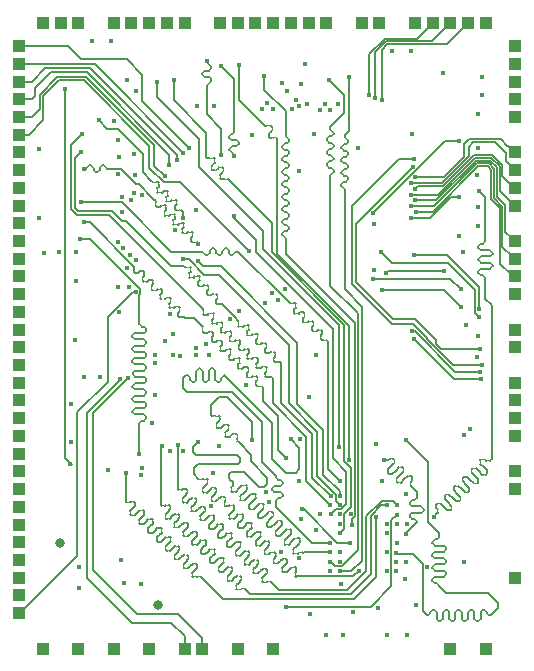
<source format=gbl>
G04*
G04 #@! TF.GenerationSoftware,Altium Limited,Altium Designer,19.1.9 (167)*
G04*
G04 Layer_Physical_Order=6*
G04 Layer_Color=16711680*
%FSLAX44Y44*%
%MOMM*%
G71*
G01*
G75*
%ADD11C,0.2000*%
%ADD24C,0.4000*%
%ADD25C,0.8000*%
%ADD26C,0.1300*%
%ADD27R,1.1000X1.1000*%
D11*
X91500Y322000D02*
Y322261D01*
X91504Y322266D01*
D24*
X389250Y280500D02*
D03*
X306500Y336000D02*
D03*
X286750Y423500D02*
D03*
X311472Y121307D02*
D03*
X120506Y171758D02*
D03*
X197250Y176750D02*
D03*
X311515Y81504D02*
D03*
X116750Y479500D02*
D03*
X52441Y377750D02*
D03*
X271513Y73504D02*
D03*
X129860Y248116D02*
D03*
X99000Y302000D02*
D03*
X209750Y461500D02*
D03*
X243250Y461000D02*
D03*
X236511Y459022D02*
D03*
X231011Y457022D02*
D03*
X269500Y461000D02*
D03*
X258750Y461250D02*
D03*
X296250Y469000D02*
D03*
X158500Y258000D02*
D03*
X375750Y336000D02*
D03*
X372750Y349500D02*
D03*
X333016Y407770D02*
D03*
X372114Y429973D02*
D03*
X86750Y369500D02*
D03*
X94250Y379500D02*
D03*
X97500Y385750D02*
D03*
X138250Y329500D02*
D03*
X213750Y300750D02*
D03*
X178759Y279014D02*
D03*
X130000Y266500D02*
D03*
X43250Y156250D02*
D03*
X44000Y207250D02*
D03*
X92000Y228750D02*
D03*
X192000Y223500D02*
D03*
X319516Y121506D02*
D03*
X327516Y97255D02*
D03*
X319496Y113275D02*
D03*
X319516Y105505D02*
D03*
Y89504D02*
D03*
X319266Y81254D02*
D03*
Y73254D02*
D03*
X311515Y65503D02*
D03*
X221261Y81754D02*
D03*
X127825Y166850D02*
D03*
X101750Y164600D02*
D03*
X162000Y121000D02*
D03*
X211500Y124000D02*
D03*
X208750Y132750D02*
D03*
X271513Y65503D02*
D03*
X263513D02*
D03*
Y81504D02*
D03*
X271513D02*
D03*
Y97505D02*
D03*
X251000Y100500D02*
D03*
X271513Y105505D02*
D03*
X280500Y113500D02*
D03*
X263513Y121506D02*
D03*
X271278Y121500D02*
D03*
X263634Y113505D02*
D03*
X271500Y113500D02*
D03*
X327750Y130500D02*
D03*
X185750Y494000D02*
D03*
X262250Y481250D02*
D03*
X67250Y447250D02*
D03*
X274500Y11250D02*
D03*
X283000Y30750D02*
D03*
X246000Y29500D02*
D03*
X237000Y76250D02*
D03*
X287264Y65503D02*
D03*
X226000Y35250D02*
D03*
X336250Y37250D02*
D03*
X311500Y97500D02*
D03*
X237000Y141500D02*
D03*
X238500Y109250D02*
D03*
X304000Y34000D02*
D03*
X326500Y58500D02*
D03*
X391500Y240250D02*
D03*
X390500Y234500D02*
D03*
X391000Y228250D02*
D03*
X334000Y262250D02*
D03*
X389750Y253750D02*
D03*
X376750Y73500D02*
D03*
X345500Y69000D02*
D03*
X328500Y11750D02*
D03*
X311750Y11250D02*
D03*
X259500Y11250D02*
D03*
X280250Y89750D02*
D03*
X239250Y118250D02*
D03*
X271500Y141750D02*
D03*
X279499Y159750D02*
D03*
X307250Y141500D02*
D03*
X311500Y105500D02*
D03*
X309250Y160000D02*
D03*
X302250Y173500D02*
D03*
X151750Y342750D02*
D03*
X151500Y328250D02*
D03*
X55000Y406250D02*
D03*
X138250Y364500D02*
D03*
X52000Y420000D02*
D03*
X53250Y435250D02*
D03*
X55000Y360750D02*
D03*
X226000Y161500D02*
D03*
X271763Y129506D02*
D03*
X263750Y129250D02*
D03*
X170750Y493500D02*
D03*
X182000Y417250D02*
D03*
Y366250D02*
D03*
X270500Y170500D02*
D03*
X130750Y481250D02*
D03*
X328000Y105750D02*
D03*
X350750Y111250D02*
D03*
X389000Y387750D02*
D03*
X387750Y400750D02*
D03*
X388500Y423500D02*
D03*
X388750Y452750D02*
D03*
X391500Y484250D02*
D03*
X358500Y487500D02*
D03*
X391750Y468487D02*
D03*
X230000Y177250D02*
D03*
X263500Y89500D02*
D03*
X169250Y171500D02*
D03*
X254500Y114000D02*
D03*
X47500Y261000D02*
D03*
X151750Y175000D02*
D03*
X134750Y172250D02*
D03*
X302000Y111750D02*
D03*
X90500Y148250D02*
D03*
X75000Y151250D02*
D03*
X207250Y484750D02*
D03*
X281500Y104750D02*
D03*
X263453Y73563D02*
D03*
X263013Y456272D02*
D03*
X254250Y456000D02*
D03*
X279500Y484000D02*
D03*
X327250Y176500D02*
D03*
X272250Y54500D02*
D03*
X388250Y373750D02*
D03*
X388500Y357500D02*
D03*
X387750Y247000D02*
D03*
X388750Y264500D02*
D03*
X376518Y181009D02*
D03*
X327750Y73250D02*
D03*
X319250Y65250D02*
D03*
X378500Y274000D02*
D03*
X104250Y383750D02*
D03*
X17000Y422750D02*
D03*
X98000Y401250D02*
D03*
X93000Y305750D02*
D03*
X84750Y285000D02*
D03*
X48000Y310750D02*
D03*
Y335750D02*
D03*
X91504Y322266D02*
D03*
X87250Y382250D02*
D03*
X16750Y364500D02*
D03*
X136250Y247250D02*
D03*
X161000Y248250D02*
D03*
X114750Y214500D02*
D03*
X68500Y229750D02*
D03*
X54750D02*
D03*
X33500Y335750D02*
D03*
X91000Y481000D02*
D03*
X242000Y495000D02*
D03*
X222500Y479000D02*
D03*
X171000Y418250D02*
D03*
X158750Y497250D02*
D03*
X88500Y55500D02*
D03*
X103500Y55000D02*
D03*
X50500Y51500D02*
D03*
X51000Y69000D02*
D03*
X237500Y177250D02*
D03*
X43750Y175250D02*
D03*
X85000Y228000D02*
D03*
X112500Y191000D02*
D03*
X194500Y336250D02*
D03*
X115250Y241750D02*
D03*
X123750Y260500D02*
D03*
X127750Y283250D02*
D03*
X186250Y285500D02*
D03*
X208500Y292750D02*
D03*
X115250Y248750D02*
D03*
X149250D02*
D03*
Y254500D02*
D03*
X219250Y295000D02*
D03*
X381250Y186000D02*
D03*
X225250Y304750D02*
D03*
X389250Y287750D02*
D03*
X334000Y333000D02*
D03*
X332250Y269250D02*
D03*
X359250Y319750D02*
D03*
X372750Y382500D02*
D03*
X306750Y464250D02*
D03*
X238500Y478000D02*
D03*
X334250Y414500D02*
D03*
X331500Y364750D02*
D03*
X335250Y399000D02*
D03*
X331500Y394250D02*
D03*
X334750Y389250D02*
D03*
X331500Y384250D02*
D03*
X335000Y379500D02*
D03*
X331500Y374250D02*
D03*
X336000Y370000D02*
D03*
X332500Y435750D02*
D03*
X149250Y371000D02*
D03*
X316000Y505500D02*
D03*
X331750Y506000D02*
D03*
X301500Y466000D02*
D03*
X237000Y404500D02*
D03*
X234500Y464750D02*
D03*
X214500Y456500D02*
D03*
X205750Y456750D02*
D03*
X165000Y459250D02*
D03*
X150250Y459000D02*
D03*
X123000Y400000D02*
D03*
X144000Y424000D02*
D03*
X139000Y419250D02*
D03*
X133500Y414000D02*
D03*
X126750Y409250D02*
D03*
X87750Y339250D02*
D03*
X83250Y344250D02*
D03*
X93750Y333500D02*
D03*
X98750Y329250D02*
D03*
X83250Y430500D02*
D03*
X80250Y446750D02*
D03*
X84500Y415750D02*
D03*
X83250Y402000D02*
D03*
X131750Y354250D02*
D03*
X251500Y248500D02*
D03*
X300000Y320250D02*
D03*
X300500Y359500D02*
D03*
X77750Y514250D02*
D03*
X61250D02*
D03*
X245250Y212750D02*
D03*
X97250Y419000D02*
D03*
X21250Y334750D02*
D03*
X83750Y306250D02*
D03*
X226500Y471750D02*
D03*
X99000D02*
D03*
X197250Y434500D02*
D03*
X249500Y436000D02*
D03*
X85750Y75000D02*
D03*
X163871Y148313D02*
D03*
X374250Y289000D02*
D03*
X307000Y303250D02*
D03*
X138750Y167500D02*
D03*
X104000Y153100D02*
D03*
X103000Y146850D02*
D03*
X310500Y317750D02*
D03*
X299250Y312750D02*
D03*
X373750Y304000D02*
D03*
X299250Y368500D02*
D03*
X51726Y346726D02*
D03*
X38750Y474000D02*
D03*
D25*
X117500Y36750D02*
D03*
X34750Y89250D02*
D03*
D26*
X191181Y50569D02*
G03*
X188183Y50569I-1499J-1499D01*
G01*
X184647Y50032D02*
G03*
X187645Y50032I1499J1499D01*
G01*
X183897Y53780D02*
G03*
X183897Y50781I1499J-1499D01*
G01*
X187971Y57852D02*
G03*
X187971Y60851I-1499J1499D01*
G01*
X187221Y61600D02*
G03*
X184223Y61600I-1499J-1499D01*
G01*
X177152Y57527D02*
G03*
X180150Y57527I1499J1499D01*
G01*
X176402Y61275D02*
G03*
X176402Y58277I1499J-1499D01*
G01*
X180475Y65348D02*
G03*
X180475Y68346I-1499J1499D01*
G01*
X179726Y69095D02*
G03*
X176728Y69095I-1499J-1499D01*
G01*
X169657Y65023D02*
G03*
X172655Y65023I1499J1499D01*
G01*
X168907Y68770D02*
G03*
X168907Y65772I1499J-1499D01*
G01*
X172980Y72843D02*
G03*
X172980Y75841I-1499J1499D01*
G01*
X172230Y76591D02*
G03*
X169232Y76591I-1499J-1499D01*
G01*
X162161Y72518D02*
G03*
X165159Y72518I1499J1499D01*
G01*
X161412Y76266D02*
G03*
X161412Y73267I1499J-1499D01*
G01*
X165485Y80338D02*
G03*
X165485Y83336I-1499J1499D01*
G01*
X164735Y84086D02*
G03*
X161737Y84086I-1499J-1499D01*
G01*
X154666Y80013D02*
G03*
X157664Y80013I1499J1499D01*
G01*
X153916Y83761D02*
G03*
X153916Y80763I1499J-1499D01*
G01*
X157989Y87834D02*
G03*
X157989Y90832I-1499J1499D01*
G01*
X157240Y91581D02*
G03*
X154242Y91581I-1499J-1499D01*
G01*
X147170Y87508D02*
G03*
X150169Y87508I1499J1499D01*
G01*
X146421Y91256D02*
G03*
X146421Y88258I1499J-1499D01*
G01*
X150494Y95329D02*
G03*
X150494Y98327I-1499J1499D01*
G01*
X149744Y99077D02*
G03*
X146746Y99077I-1499J-1499D01*
G01*
X139675Y95004D02*
G03*
X142673Y95004I1499J1499D01*
G01*
X138926Y98751D02*
G03*
X138926Y95753I1499J-1499D01*
G01*
X142999Y102824D02*
G03*
X142999Y105822I-1499J1499D01*
G01*
X142249Y106572D02*
G03*
X139251Y106572I-1499J-1499D01*
G01*
X132180Y102499D02*
G03*
X135178Y102499I1499J1499D01*
G01*
X131430Y106247D02*
G03*
X131430Y103249I1499J-1499D01*
G01*
X135503Y110320D02*
G03*
X135503Y113318I-1499J1499D01*
G01*
X134754Y114067D02*
G03*
X131756Y114067I-1499J-1499D01*
G01*
X124685Y109994D02*
G03*
X127683Y109994I1499J1499D01*
G01*
X123935Y113742D02*
G03*
X123935Y110744I1499J-1499D01*
G01*
X128008Y117815D02*
G03*
X128008Y120813I-1499J1499D01*
G01*
X127258Y121563D02*
G03*
X124260Y121563I-1499J-1499D01*
G01*
X120725Y121025D02*
G03*
X123723Y121025I1499J1499D01*
G01*
X184692Y178217D02*
G03*
X184692Y175559I1329J-1329D01*
G01*
Y178217D02*
G03*
X184692Y181215I-1499J1499D01*
G01*
X183942Y181965D02*
G03*
X180944Y181965I-1499J-1499D01*
G01*
X175287Y179306D02*
G03*
X178285Y179306I1499J1499D01*
G01*
X174537Y183054D02*
G03*
X174537Y180056I1499J-1499D01*
G01*
X177196Y185713D02*
G03*
X177196Y188711I-1499J1499D01*
G01*
X176447Y189460D02*
G03*
X173449Y189460I-1499J-1499D01*
G01*
X167792Y186801D02*
G03*
X170790Y186801I1499J1499D01*
G01*
X167042Y190549D02*
G03*
X167042Y187551I1499J-1499D01*
G01*
X169701Y193208D02*
G03*
X169701Y196206I-1499J1499D01*
G01*
X168951Y196956D02*
G03*
X165953Y196956I-1499J-1499D01*
G01*
X163294Y196956D02*
G03*
X165953Y196956I1329J1329D01*
G01*
X180912Y137840D02*
G03*
X180912Y140838I-1499J1499D01*
G01*
X179668Y136595D02*
G03*
X179668Y133597I1499J-1499D01*
G01*
X180417Y132847D02*
G03*
X183415Y132847I1499J1499D01*
G01*
X191901Y138335D02*
G03*
X188902Y138335I-1499J-1499D01*
G01*
X192650Y134587D02*
G03*
X192650Y137585I-1499J1499D01*
G01*
X187163Y129100D02*
G03*
X187163Y126102I1499J-1499D01*
G01*
X187913Y125352D02*
G03*
X190911Y125352I1499J1499D01*
G01*
X199396Y130839D02*
G03*
X196398Y130839I-1499J-1499D01*
G01*
X200145Y127092D02*
G03*
X200145Y130090I-1499J1499D01*
G01*
X194658Y121604D02*
G03*
X194658Y118606I1499J-1499D01*
G01*
X195408Y117857D02*
G03*
X198406Y117857I1499J1499D01*
G01*
X206120Y122572D02*
G03*
X203122Y122572I-1499J-1499D01*
G01*
X206869Y118825D02*
G03*
X206869Y121823I-1499J1499D01*
G01*
X202154Y114109D02*
G03*
X202154Y111111I1499J-1499D01*
G01*
X202903Y110361D02*
G03*
X205901Y110361I1499J1499D01*
G01*
X214387Y115849D02*
G03*
X211388Y115849I-1499J-1499D01*
G01*
X215136Y112101D02*
G03*
X215136Y115099I-1499J1499D01*
G01*
X209649Y106614D02*
G03*
X209649Y103616I1499J-1499D01*
G01*
X210399Y102866D02*
G03*
X213397Y102866I1499J1499D01*
G01*
X221882Y108353D02*
G03*
X218884Y108353I-1499J-1499D01*
G01*
X222631Y104606D02*
G03*
X222631Y107604I-1499J1499D01*
G01*
X217144Y99118D02*
G03*
X217144Y96120I1499J-1499D01*
G01*
X217894Y95371D02*
G03*
X220892Y95371I1499J1499D01*
G01*
X229377Y100858D02*
G03*
X226379Y100858I-1499J-1499D01*
G01*
X230127Y97110D02*
G03*
X230127Y100108I-1499J1499D01*
G01*
X224640Y91623D02*
G03*
X224640Y88625I1499J-1499D01*
G01*
X225389Y87876D02*
G03*
X228387Y87876I1499J1499D01*
G01*
X236873Y93363D02*
G03*
X233874Y93363I-1499J-1499D01*
G01*
X237622Y89615D02*
G03*
X237622Y92613I-1499J1499D01*
G01*
X232135Y84128D02*
G03*
X232135Y81130I1499J-1499D01*
G01*
X232885Y80380D02*
G03*
X235883Y80380I1499J1499D01*
G01*
X240125Y81625D02*
G03*
X237127Y81625I-1499J-1499D01*
G01*
X331361Y140887D02*
G03*
X331361Y137889I1499J-1499D01*
G01*
X332606Y142132D02*
G03*
X332606Y145130I-1499J1499D01*
G01*
X331856Y145879D02*
G03*
X328858Y145879I-1499J-1499D01*
G01*
X320373Y140392D02*
G03*
X323371Y140392I1499J1499D01*
G01*
X319623Y144140D02*
G03*
X319623Y141142I1499J-1499D01*
G01*
X325110Y149627D02*
G03*
X325110Y152625I-1499J1499D01*
G01*
X324361Y153374D02*
G03*
X321363Y153374I-1499J-1499D01*
G01*
X312878Y147887D02*
G03*
X315876Y147887I1499J1499D01*
G01*
X312128Y151635D02*
G03*
X312128Y148637I1499J-1499D01*
G01*
X317615Y157122D02*
G03*
X317615Y160120I-1499J1499D01*
G01*
X316866Y160870D02*
G03*
X313867Y160870I-1499J-1499D01*
G01*
X309625Y159625D02*
G03*
X312623Y159625I1499J1499D01*
G01*
X334380Y125550D02*
G03*
X336500Y127670I0J2120D01*
G01*
X332620Y125550D02*
G03*
X330500Y123430I0J-2120D01*
G01*
Y122370D02*
G03*
X332620Y120250I2120J0D01*
G01*
X342500Y118130D02*
G03*
X340380Y120250I-2120J0D01*
G01*
Y114950D02*
G03*
X342500Y117070I0J2120D01*
G01*
X332620Y114950D02*
G03*
X330500Y112830I0J-2120D01*
G01*
Y111770D02*
G03*
X332620Y109650I2120J0D01*
G01*
X336500Y107530D02*
G03*
X334380Y109650I-2120J0D01*
G01*
X392630Y342650D02*
G03*
X394750Y344770I0J2120D01*
G01*
X390878Y342650D02*
G03*
X388758Y340530I0J-2120D01*
G01*
Y339470D02*
G03*
X390878Y337350I2120J0D01*
G01*
X400742Y335230D02*
G03*
X398622Y337350I-2120J0D01*
G01*
Y332050D02*
G03*
X400742Y334170I0J2120D01*
G01*
X390878Y332050D02*
G03*
X388758Y329930I0J-2120D01*
G01*
Y328870D02*
G03*
X390878Y326750I2120J0D01*
G01*
X400742Y324630D02*
G03*
X398622Y326750I-2120J0D01*
G01*
Y321450D02*
G03*
X400742Y323570I0J2120D01*
G01*
X390878Y321450D02*
G03*
X388758Y319330I0J-2120D01*
G01*
Y318270D02*
G03*
X390878Y316150I2120J0D01*
G01*
X394750Y314030D02*
G03*
X392630Y316150I-2120J0D01*
G01*
X395474Y158972D02*
G03*
X398472Y158972I1499J1499D01*
G01*
X394230Y160217D02*
G03*
X391231Y160217I-1499J-1499D01*
G01*
X390482Y159467D02*
G03*
X390482Y156469I1499J-1499D01*
G01*
X395969Y147984D02*
G03*
X395969Y150982I-1499J1499D01*
G01*
X392221Y147234D02*
G03*
X395219Y147234I1499J1499D01*
G01*
X386734Y152721D02*
G03*
X383736Y152721I-1499J-1499D01*
G01*
X382986Y151972D02*
G03*
X382986Y148974I1499J-1499D01*
G01*
X388474Y140488D02*
G03*
X388474Y143486I-1499J1499D01*
G01*
X384726Y139739D02*
G03*
X387724Y139739I1499J1499D01*
G01*
X379239Y145226D02*
G03*
X376241Y145226I-1499J-1499D01*
G01*
X375491Y144476D02*
G03*
X375491Y141478I1499J-1499D01*
G01*
X380978Y132993D02*
G03*
X380978Y135991I-1499J1499D01*
G01*
X377231Y132243D02*
G03*
X380229Y132243I1499J1499D01*
G01*
X371744Y137731D02*
G03*
X368745Y137731I-1499J-1499D01*
G01*
X367996Y136981D02*
G03*
X367996Y133983I1499J-1499D01*
G01*
X373483Y125498D02*
G03*
X373483Y128496I-1499J1499D01*
G01*
X369735Y124748D02*
G03*
X372733Y124748I1499J1499D01*
G01*
X364248Y130235D02*
G03*
X361250Y130235I-1499J-1499D01*
G01*
X360500Y129486D02*
G03*
X360500Y126488I1499J-1499D01*
G01*
X365988Y118002D02*
G03*
X365988Y121000I-1499J1499D01*
G01*
X362240Y117253D02*
G03*
X365238Y117253I1499J1499D01*
G01*
X356753Y122740D02*
G03*
X353755Y122740I-1499J-1499D01*
G01*
X353005Y121990D02*
G03*
X353005Y118992I1499J-1499D01*
G01*
X354250Y114750D02*
G03*
X354250Y117748I-1499J1499D01*
G01*
X353630Y92500D02*
G03*
X355750Y94620I0J2120D01*
G01*
X351870Y92500D02*
G03*
X349750Y90380I0J-2120D01*
G01*
Y89320D02*
G03*
X351870Y87200I2120J0D01*
G01*
X361750Y85080D02*
G03*
X359630Y87200I-2120J0D01*
G01*
Y81900D02*
G03*
X361750Y84020I0J2120D01*
G01*
X351870Y81900D02*
G03*
X349750Y79780I0J-2120D01*
G01*
Y78720D02*
G03*
X351870Y76600I2120J0D01*
G01*
X361750Y74480D02*
G03*
X359630Y76600I-2120J0D01*
G01*
Y71300D02*
G03*
X361750Y73420I0J2120D01*
G01*
X351870Y71300D02*
G03*
X349750Y69180I0J-2120D01*
G01*
Y68120D02*
G03*
X351870Y66000I2120J0D01*
G01*
X361750Y63880D02*
G03*
X359630Y66000I-2120J0D01*
G01*
Y60700D02*
G03*
X361750Y62820I0J2120D01*
G01*
X351870Y60700D02*
G03*
X349750Y58580I0J-2120D01*
G01*
Y57520D02*
G03*
X351870Y55400I2120J0D01*
G01*
X355750Y53280D02*
G03*
X353630Y55400I-2120J0D01*
G01*
X219370Y127200D02*
G03*
X217250Y125080I0J-2120D01*
G01*
X221130Y127200D02*
G03*
X223250Y129320I0J2120D01*
G01*
Y130380D02*
G03*
X221130Y132500I-2120J0D01*
G01*
X213906Y134620D02*
G03*
X216026Y132500I2120J0D01*
G01*
Y137800D02*
G03*
X213906Y135680I0J-2120D01*
G01*
X221130Y137800D02*
G03*
X223250Y139920I0J2120D01*
G01*
Y140980D02*
G03*
X221130Y143100I-2120J0D01*
G01*
X217250Y145220D02*
G03*
X219370Y143100I2120J0D01*
G01*
X144600Y229130D02*
G03*
X142480Y231250I-2120J0D01*
G01*
X144600Y227370D02*
G03*
X146720Y225250I2120J0D01*
G01*
X147780D02*
G03*
X149900Y227370I0J2120D01*
G01*
X152020Y237250D02*
G03*
X149900Y235130I0J-2120D01*
G01*
X155200D02*
G03*
X153080Y237250I-2120J0D01*
G01*
X155200Y227370D02*
G03*
X157320Y225250I2120J0D01*
G01*
X158380D02*
G03*
X160500Y227370I0J2120D01*
G01*
X162620Y237250D02*
G03*
X160500Y235130I0J-2120D01*
G01*
X165800D02*
G03*
X163680Y237250I-2120J0D01*
G01*
X165800Y227370D02*
G03*
X167920Y225250I2120J0D01*
G01*
X168980D02*
G03*
X171100Y227370I0J2120D01*
G01*
X173220Y231250D02*
G03*
X171100Y229130I0J-2120D01*
G01*
X395850Y30120D02*
G03*
X397970Y28000I2120J0D01*
G01*
X395850Y30880D02*
G03*
X393730Y33000I-2120J0D01*
G01*
X392670D02*
G03*
X390550Y30880I0J-2120D01*
G01*
X388430Y23000D02*
G03*
X390550Y25120I0J2120D01*
G01*
X385250D02*
G03*
X387370Y23000I2120J0D01*
G01*
X385250Y30880D02*
G03*
X383130Y33000I-2120J0D01*
G01*
X382070D02*
G03*
X379950Y30880I0J-2120D01*
G01*
X377830Y23000D02*
G03*
X379950Y25120I0J2120D01*
G01*
X374650D02*
G03*
X376770Y23000I2120J0D01*
G01*
X374650Y30880D02*
G03*
X372530Y33000I-2120J0D01*
G01*
X371470D02*
G03*
X369350Y30880I0J-2120D01*
G01*
X367230Y23000D02*
G03*
X369350Y25120I0J2120D01*
G01*
X364050D02*
G03*
X366170Y23000I2120J0D01*
G01*
X364050Y30880D02*
G03*
X361930Y33000I-2120J0D01*
G01*
X360870D02*
G03*
X358750Y30880I0J-2120D01*
G01*
X356630Y23000D02*
G03*
X358750Y25120I0J2120D01*
G01*
X353450D02*
G03*
X355570Y23000I2120J0D01*
G01*
X353450Y30880D02*
G03*
X351330Y33000I-2120J0D01*
G01*
X350270D02*
G03*
X348150Y30880I0J-2120D01*
G01*
X346030Y28000D02*
G03*
X348150Y30120I0J2120D01*
G01*
X233824Y64424D02*
G03*
X233824Y61426I1499J-1499D01*
G01*
X234361Y64962D02*
G03*
X234361Y67960I-1499J1499D01*
G01*
X233612Y68710D02*
G03*
X230613Y68710I-1499J-1499D01*
G01*
X223542Y64637D02*
G03*
X226541Y64637I1499J1499D01*
G01*
X222793Y68384D02*
G03*
X222793Y65386I1499J-1499D01*
G01*
X226866Y72457D02*
G03*
X226866Y75455I-1499J1499D01*
G01*
X226116Y76205D02*
G03*
X223118Y76205I-1499J-1499D01*
G01*
X216047Y72132D02*
G03*
X219045Y72132I1499J1499D01*
G01*
X215298Y75880D02*
G03*
X215298Y72881I1499J-1499D01*
G01*
X217334Y77916D02*
G03*
X217334Y80081I-1082J1082D01*
G01*
X215751Y81664D02*
G03*
X213586Y81664I-1082J-1082D01*
G01*
X208552Y79627D02*
G03*
X211550Y79627I1499J1499D01*
G01*
X207802Y83375D02*
G03*
X207802Y80377I1499J-1499D01*
G01*
X211875Y87448D02*
G03*
X211875Y90446I-1499J1499D01*
G01*
X211126Y91195D02*
G03*
X208127Y91195I-1499J-1499D01*
G01*
X201056Y87122D02*
G03*
X204055Y87122I1499J1499D01*
G01*
X200307Y90870D02*
G03*
X200307Y87872I1499J-1499D01*
G01*
X204380Y94943D02*
G03*
X204380Y97941I-1499J1499D01*
G01*
X203630Y98691D02*
G03*
X200632Y98691I-1499J-1499D01*
G01*
X193561Y94618D02*
G03*
X196559Y94618I1499J1499D01*
G01*
X192812Y98365D02*
G03*
X192812Y95367I1499J-1499D01*
G01*
X196884Y102438D02*
G03*
X196884Y105436I-1499J1499D01*
G01*
X196135Y106186D02*
G03*
X193137Y106186I-1499J-1499D01*
G01*
X186066Y102113D02*
G03*
X189064Y102113I1499J1499D01*
G01*
X185316Y105861D02*
G03*
X185316Y102863I1499J-1499D01*
G01*
X189389Y109934D02*
G03*
X189389Y112932I-1499J1499D01*
G01*
X188640Y113681D02*
G03*
X185641Y113681I-1499J-1499D01*
G01*
X178570Y109608D02*
G03*
X181569Y109608I1499J1499D01*
G01*
X177821Y113356D02*
G03*
X177821Y110358I1499J-1499D01*
G01*
X181894Y117429D02*
G03*
X181894Y120427I-1499J1499D01*
G01*
X181144Y121177D02*
G03*
X178146Y121177I-1499J-1499D01*
G01*
X174611Y120639D02*
G03*
X177609Y120639I1499J1499D01*
G01*
X173861Y124387D02*
G03*
X173861Y121389I1499J-1499D01*
G01*
X174399Y124924D02*
G03*
X174399Y127922I-1499J1499D01*
G01*
X173649Y128672D02*
G03*
X170651Y128672I-1499J-1499D01*
G01*
X163580Y124599D02*
G03*
X166578Y124599I1499J1499D01*
G01*
X162830Y128347D02*
G03*
X162830Y125349I1499J-1499D01*
G01*
X166903Y132420D02*
G03*
X166903Y135418I-1499J1499D01*
G01*
X166154Y136167D02*
G03*
X163156Y136167I-1499J-1499D01*
G01*
X156084Y132094D02*
G03*
X159083Y132094I1499J1499D01*
G01*
X155335Y135842D02*
G03*
X155335Y132844I1499J-1499D01*
G01*
X159408Y139915D02*
G03*
X159408Y142913I-1499J1499D01*
G01*
X158658Y143663D02*
G03*
X155660Y143663I-1499J-1499D01*
G01*
X152125Y143125D02*
G03*
X155123Y143125I1499J1499D01*
G01*
X213076Y56674D02*
G03*
X210078Y56674I-1499J-1499D01*
G01*
X206542Y56136D02*
G03*
X209541Y56136I1499J1499D01*
G01*
X205793Y59884D02*
G03*
X205793Y56886I1499J-1499D01*
G01*
X209866Y63957D02*
G03*
X209866Y66955I-1499J1499D01*
G01*
X209116Y67705D02*
G03*
X206118Y67705I-1499J-1499D01*
G01*
X199047Y63632D02*
G03*
X202045Y63632I1499J1499D01*
G01*
X198298Y67379D02*
G03*
X198298Y64381I1499J-1499D01*
G01*
X202370Y71452D02*
G03*
X202370Y74451I-1499J1499D01*
G01*
X201621Y75200D02*
G03*
X198623Y75200I-1499J-1499D01*
G01*
X191552Y71127D02*
G03*
X194550Y71127I1499J1499D01*
G01*
X190802Y74875D02*
G03*
X190802Y71877I1499J-1499D01*
G01*
X194875Y78948D02*
G03*
X194875Y81946I-1499J1499D01*
G01*
X194126Y82695D02*
G03*
X191127Y82695I-1499J-1499D01*
G01*
X184056Y78622D02*
G03*
X187055Y78622I1499J1499D01*
G01*
X183307Y82370D02*
G03*
X183307Y79372I1499J-1499D01*
G01*
X187380Y86443D02*
G03*
X187380Y89441I-1499J1499D01*
G01*
X186630Y90191D02*
G03*
X183632Y90191I-1499J-1499D01*
G01*
X176561Y86118D02*
G03*
X179559Y86118I1499J1499D01*
G01*
X175812Y89866D02*
G03*
X175812Y86867I1499J-1499D01*
G01*
X179884Y93938D02*
G03*
X179884Y96937I-1499J1499D01*
G01*
X179135Y97686D02*
G03*
X176137Y97686I-1499J-1499D01*
G01*
X169066Y93613D02*
G03*
X172064Y93613I1499J1499D01*
G01*
X168316Y97361D02*
G03*
X168316Y94363I1499J-1499D01*
G01*
X172389Y101434D02*
G03*
X172389Y104432I-1499J1499D01*
G01*
X171640Y105181D02*
G03*
X168641Y105181I-1499J-1499D01*
G01*
X161570Y101109D02*
G03*
X164569Y101109I1499J1499D01*
G01*
X160821Y104856D02*
G03*
X160821Y101858I1499J-1499D01*
G01*
X164894Y108929D02*
G03*
X164894Y111927I-1499J1499D01*
G01*
X164144Y112677D02*
G03*
X161146Y112677I-1499J-1499D01*
G01*
X154075Y108604D02*
G03*
X157073Y108604I1499J1499D01*
G01*
X153326Y112351D02*
G03*
X153326Y109353I1499J-1499D01*
G01*
X157399Y116424D02*
G03*
X157399Y119423I-1499J1499D01*
G01*
X156649Y120172D02*
G03*
X153651Y120172I-1499J-1499D01*
G01*
X146580Y116099D02*
G03*
X149578Y116099I1499J1499D01*
G01*
X145830Y119847D02*
G03*
X145830Y116849I1499J-1499D01*
G01*
X149903Y123920D02*
G03*
X149903Y126918I-1499J1499D01*
G01*
X149154Y127667D02*
G03*
X146156Y127667I-1499J-1499D01*
G01*
X139085Y123594D02*
G03*
X142083Y123594I1499J1499D01*
G01*
X138335Y127342D02*
G03*
X138335Y124344I1499J-1499D01*
G01*
X142408Y131415D02*
G03*
X142408Y134413I-1499J1499D01*
G01*
X141658Y135163D02*
G03*
X138660Y135163I-1499J-1499D01*
G01*
X135125Y134625D02*
G03*
X138123Y134625I1499J1499D01*
G01*
X153835Y60915D02*
G03*
X150837Y60915I-1499J-1499D01*
G01*
X147327Y60402D02*
G03*
X150325Y60402I1499J1499D01*
G01*
X146577Y64150D02*
G03*
X146577Y61152I1499J-1499D01*
G01*
X150600Y68173D02*
G03*
X150600Y71171I-1499J1499D01*
G01*
X149850Y71920D02*
G03*
X146852Y71920I-1499J-1499D01*
G01*
X139832Y67898D02*
G03*
X142830Y67898I1499J1499D01*
G01*
X139082Y71645D02*
G03*
X139082Y68647I1499J-1499D01*
G01*
X143105Y75668D02*
G03*
X143105Y78666I-1499J1499D01*
G01*
X142355Y79416D02*
G03*
X139357Y79416I-1499J-1499D01*
G01*
X132336Y75393D02*
G03*
X135334Y75393I1499J1499D01*
G01*
X131587Y79141D02*
G03*
X131587Y76143I1499J-1499D01*
G01*
X135609Y83163D02*
G03*
X135609Y86161I-1499J1499D01*
G01*
X134860Y86911D02*
G03*
X131862Y86911I-1499J-1499D01*
G01*
X124841Y82888D02*
G03*
X127839Y82888I1499J1499D01*
G01*
X124091Y86636D02*
G03*
X124091Y83638I1499J-1499D01*
G01*
X128114Y90659D02*
G03*
X128114Y93657I-1499J1499D01*
G01*
X127365Y94406D02*
G03*
X124366Y94406I-1499J-1499D01*
G01*
X117346Y90384D02*
G03*
X120344Y90384I1499J1499D01*
G01*
X116596Y94131D02*
G03*
X116596Y91133I1499J-1499D01*
G01*
X120619Y98154D02*
G03*
X120619Y101152I-1499J1499D01*
G01*
X119869Y101902D02*
G03*
X116871Y101902I-1499J-1499D01*
G01*
X109850Y97879D02*
G03*
X112849Y97879I1499J1499D01*
G01*
X109101Y101627D02*
G03*
X109101Y98629I1499J-1499D01*
G01*
X113123Y105649D02*
G03*
X113123Y108647I-1499J1499D01*
G01*
X112374Y109397D02*
G03*
X109376Y109397I-1499J-1499D01*
G01*
X102355Y105374D02*
G03*
X105353Y105374I1499J1499D01*
G01*
X101606Y109122D02*
G03*
X101606Y106124I1499J-1499D01*
G01*
X105628Y113145D02*
G03*
X105628Y116143I-1499J1499D01*
G01*
X104879Y116892D02*
G03*
X101880Y116892I-1499J-1499D01*
G01*
X94860Y112870D02*
G03*
X97858Y112870I1499J1499D01*
G01*
X94110Y116617D02*
G03*
X94110Y113619I1499J-1499D01*
G01*
X98133Y120640D02*
G03*
X98133Y123638I-1499J1499D01*
G01*
X97383Y124388D02*
G03*
X94385Y124388I-1499J-1499D01*
G01*
X90875Y123875D02*
G03*
X93873Y123875I1499J1499D01*
G01*
X156000Y286427D02*
G03*
X156000Y287250I-411J411D01*
G01*
X155789Y286216D02*
G03*
X155789Y283218I1499J-1499D01*
G01*
X156539Y282469D02*
G03*
X159537Y282469I1499J1499D01*
G01*
X163779Y283713D02*
G03*
X160781Y283713I-1499J-1499D01*
G01*
X164529Y279966D02*
G03*
X164529Y282964I-1499J1499D01*
G01*
X163284Y278721D02*
G03*
X163284Y275723I1499J-1499D01*
G01*
X164034Y274973D02*
G03*
X167032Y274973I1499J1499D01*
G01*
X171275Y276218D02*
G03*
X168277Y276218I-1499J-1499D01*
G01*
X172024Y272470D02*
G03*
X172024Y275468I-1499J1499D01*
G01*
X170780Y271226D02*
G03*
X170780Y268228I1499J-1499D01*
G01*
X171529Y267478D02*
G03*
X174527Y267478I1499J1499D01*
G01*
X178770Y268723D02*
G03*
X175772Y268723I-1499J-1499D01*
G01*
X179520Y264975D02*
G03*
X179520Y267973I-1499J1499D01*
G01*
X178275Y263731D02*
G03*
X178275Y260732I1499J-1499D01*
G01*
X179025Y259983D02*
G03*
X182023Y259983I1499J1499D01*
G01*
X186265Y261227D02*
G03*
X183267Y261227I-1499J-1499D01*
G01*
X187015Y257480D02*
G03*
X187015Y260478I-1499J1499D01*
G01*
X185770Y256235D02*
G03*
X185770Y253237I1499J-1499D01*
G01*
X186520Y252488D02*
G03*
X189518Y252488I1499J1499D01*
G01*
X193761Y253732D02*
G03*
X190763Y253732I-1499J-1499D01*
G01*
X194510Y249984D02*
G03*
X194510Y252983I-1499J1499D01*
G01*
X193266Y248740D02*
G03*
X193266Y245742I1499J-1499D01*
G01*
X194015Y244992D02*
G03*
X197013Y244992I1499J1499D01*
G01*
X201256Y246237D02*
G03*
X198258Y246237I-1499J-1499D01*
G01*
X202006Y242489D02*
G03*
X202006Y245487I-1499J1499D01*
G01*
X200761Y241245D02*
G03*
X200761Y238246I1499J-1499D01*
G01*
X201511Y237497D02*
G03*
X204509Y237497I1499J1499D01*
G01*
X208751Y238741D02*
G03*
X205753Y238741I-1499J-1499D01*
G01*
X209501Y234994D02*
G03*
X209501Y237992I-1499J1499D01*
G01*
X208256Y233749D02*
G03*
X208256Y230751I1499J-1499D01*
G01*
X209006Y230002D02*
G03*
X212004Y230002I1499J1499D01*
G01*
X213248Y230002D02*
G03*
X212004Y230002I-622J-622D01*
G01*
X155284Y270721D02*
G03*
X155284Y271966I-622J622D01*
G01*
Y270721D02*
G03*
X155284Y267723I1499J-1499D01*
G01*
X156034Y266973D02*
G03*
X159032Y266973I1499J1499D01*
G01*
X163275Y268218D02*
G03*
X160277Y268218I-1499J-1499D01*
G01*
X164024Y264470D02*
G03*
X164024Y267468I-1499J1499D01*
G01*
X163052Y263498D02*
G03*
X163052Y260500I1499J-1499D01*
G01*
X163801Y259750D02*
G03*
X166800Y259750I1499J1499D01*
G01*
X170770Y260723D02*
G03*
X167772Y260723I-1499J-1499D01*
G01*
X171520Y256975D02*
G03*
X171520Y259973I-1499J1499D01*
G01*
X170275Y255730D02*
G03*
X170275Y252732I1499J-1499D01*
G01*
X171024Y251983D02*
G03*
X174023Y251983I1499J1499D01*
G01*
X178265Y253227D02*
G03*
X175267Y253227I-1499J-1499D01*
G01*
X179015Y249480D02*
G03*
X179015Y252478I-1499J1499D01*
G01*
X177770Y248235D02*
G03*
X177770Y245237I1499J-1499D01*
G01*
X178520Y244487D02*
G03*
X181518Y244487I1499J1499D01*
G01*
X185761Y245732D02*
G03*
X182763Y245732I-1499J-1499D01*
G01*
X186510Y241984D02*
G03*
X186510Y244982I-1499J1499D01*
G01*
X185266Y240740D02*
G03*
X185266Y237742I1499J-1499D01*
G01*
X186015Y236992D02*
G03*
X189013Y236992I1499J1499D01*
G01*
X193256Y238237D02*
G03*
X190258Y238237I-1499J-1499D01*
G01*
X194006Y234489D02*
G03*
X194006Y237487I-1499J1499D01*
G01*
X192761Y233244D02*
G03*
X192761Y230246I1499J-1499D01*
G01*
X193510Y229497D02*
G03*
X196509Y229497I1499J1499D01*
G01*
X200751Y230741D02*
G03*
X197753Y230741I-1499J-1499D01*
G01*
X201501Y226994D02*
G03*
X201501Y229992I-1499J1499D01*
G01*
X200256Y225749D02*
G03*
X200256Y222751I1499J-1499D01*
G01*
X201006Y222002D02*
G03*
X204004Y222002I1499J1499D01*
G01*
X205248Y222001D02*
G03*
X204004Y222002I-622J-622D01*
G01*
X171458Y291623D02*
G03*
X170214Y291623I-622J-622D01*
G01*
X167215Y291623D02*
G03*
X170214Y291623I1499J1499D01*
G01*
X166466Y295370D02*
G03*
X166466Y292372I1499J-1499D01*
G01*
X167710Y296615D02*
G03*
X167710Y299613I-1499J1499D01*
G01*
X166961Y300362D02*
G03*
X163963Y300362I-1499J-1499D01*
G01*
X159720Y299118D02*
G03*
X162718Y299118I1499J1499D01*
G01*
X158971Y302866D02*
G03*
X158971Y299867I1499J-1499D01*
G01*
X160215Y304110D02*
G03*
X160215Y307108I-1499J1499D01*
G01*
X159466Y307858D02*
G03*
X156467Y307858I-1499J-1499D01*
G01*
X152225Y306613D02*
G03*
X155223Y306613I1499J1499D01*
G01*
X151475Y310361D02*
G03*
X151475Y307363I1499J-1499D01*
G01*
X152720Y311605D02*
G03*
X152720Y314604I-1499J1499D01*
G01*
X151970Y315353D02*
G03*
X148972Y315353I-1499J-1499D01*
G01*
X144729Y314109D02*
G03*
X147728Y314109I1499J1499D01*
G01*
X143980Y317856D02*
G03*
X143980Y314858I1499J-1499D01*
G01*
X145225Y319101D02*
G03*
X145225Y322099I-1499J1499D01*
G01*
X144475Y322848D02*
G03*
X141477Y322848I-1499J-1499D01*
G01*
X140232Y322849D02*
G03*
X141477Y322848I622J622D01*
G01*
X185525Y276311D02*
G03*
X185525Y277556I-622J622D01*
G01*
Y276311D02*
G03*
X185525Y273313I1499J-1499D01*
G01*
X186275Y272563D02*
G03*
X189273Y272563I1499J1499D01*
G01*
X193515Y273808D02*
G03*
X190517Y273808I-1499J-1499D01*
G01*
X194265Y270060D02*
G03*
X194265Y273058I-1499J1499D01*
G01*
X193020Y268816D02*
G03*
X193020Y265818I1499J-1499D01*
G01*
X193770Y265068D02*
G03*
X196768Y265068I1499J1499D01*
G01*
X201011Y266313D02*
G03*
X198013Y266313I-1499J-1499D01*
G01*
X201760Y262565D02*
G03*
X201760Y265563I-1499J1499D01*
G01*
X200516Y261321D02*
G03*
X200516Y258322I1499J-1499D01*
G01*
X201265Y257573D02*
G03*
X204263Y257573I1499J1499D01*
G01*
X208506Y258817D02*
G03*
X205508Y258817I-1499J-1499D01*
G01*
X209256Y255070D02*
G03*
X209256Y258068I-1499J1499D01*
G01*
X208011Y253825D02*
G03*
X208011Y250827I1499J-1499D01*
G01*
X208761Y250078D02*
G03*
X211759Y250078I1499J1499D01*
G01*
X216001Y251322D02*
G03*
X213003Y251322I-1499J-1499D01*
G01*
X216751Y247574D02*
G03*
X216751Y250572I-1499J1499D01*
G01*
X215506Y246330D02*
G03*
X215506Y243332I1499J-1499D01*
G01*
X216256Y242582D02*
G03*
X219254Y242582I1499J1499D01*
G01*
X220498Y242582D02*
G03*
X219254Y242582I-622J-622D01*
G01*
X115525Y377730D02*
G03*
X115525Y378975I-622J622D01*
G01*
Y377730D02*
G03*
X115525Y374732I1499J-1499D01*
G01*
X116274Y373983D02*
G03*
X119273Y373983I1499J1499D01*
G01*
X123515Y375227D02*
G03*
X120517Y375227I-1499J-1499D01*
G01*
X124265Y371480D02*
G03*
X124265Y374478I-1499J1499D01*
G01*
X123020Y370235D02*
G03*
X123020Y367237I1499J-1499D01*
G01*
X123770Y366488D02*
G03*
X126768Y366488I1499J1499D01*
G01*
X131011Y367732D02*
G03*
X128013Y367732I-1499J-1499D01*
G01*
X131760Y363984D02*
G03*
X131760Y366982I-1499J1499D01*
G01*
X130516Y362740D02*
G03*
X130516Y359742I1499J-1499D01*
G01*
X131265Y358992D02*
G03*
X134263Y358992I1499J1499D01*
G01*
X138506Y360237D02*
G03*
X135508Y360237I-1499J-1499D01*
G01*
X139255Y356489D02*
G03*
X139255Y359487I-1499J1499D01*
G01*
X138011Y355244D02*
G03*
X138011Y352246I1499J-1499D01*
G01*
X138760Y351497D02*
G03*
X141759Y351497I1499J1499D01*
G01*
X146001Y352741D02*
G03*
X143003Y352741I-1499J-1499D01*
G01*
X146751Y348994D02*
G03*
X146751Y351992I-1499J1499D01*
G01*
X145506Y347749D02*
G03*
X145506Y344751I1499J-1499D01*
G01*
X146256Y344002D02*
G03*
X149254Y344002I1499J1499D01*
G01*
X150498Y344002D02*
G03*
X149254Y344002I-622J-622D01*
G01*
X73550Y407130D02*
G03*
X74430Y406250I880J0D01*
G01*
X73550Y407130D02*
G03*
X71430Y409250I-2120J0D01*
G01*
X70370D02*
G03*
X68250Y407130I0J-2120D01*
G01*
X66130Y403250D02*
G03*
X68250Y405370I0J2120D01*
G01*
X62950D02*
G03*
X65070Y403250I2120J0D01*
G01*
X62950Y407130D02*
G03*
X60830Y409250I-2120J0D01*
G01*
X59770D02*
G03*
X57650Y407130I0J-2120D01*
G01*
X56770Y406250D02*
G03*
X57650Y407130I0J880D01*
G01*
X97030Y321976D02*
G03*
X97030Y323220I-622J622D01*
G01*
Y321976D02*
G03*
X97030Y318978I1499J-1499D01*
G01*
X97779Y318228D02*
G03*
X100777Y318228I1499J1499D01*
G01*
X105020Y319473D02*
G03*
X102022Y319473I-1499J-1499D01*
G01*
X105770Y315725D02*
G03*
X105770Y318723I-1499J1499D01*
G01*
X104525Y314480D02*
G03*
X104525Y311482I1499J-1499D01*
G01*
X105274Y310733D02*
G03*
X108273Y310733I1499J1499D01*
G01*
X112515Y311977D02*
G03*
X109517Y311977I-1499J-1499D01*
G01*
X113265Y308230D02*
G03*
X113265Y311228I-1499J1499D01*
G01*
X112020Y306985D02*
G03*
X112020Y303987I1499J-1499D01*
G01*
X112770Y303237D02*
G03*
X115768Y303237I1499J1499D01*
G01*
X120011Y304482D02*
G03*
X117013Y304482I-1499J-1499D01*
G01*
X120760Y300734D02*
G03*
X120760Y303732I-1499J1499D01*
G01*
X119516Y299490D02*
G03*
X119516Y296492I1499J-1499D01*
G01*
X120265Y295742D02*
G03*
X123263Y295742I1499J1499D01*
G01*
X127506Y296987D02*
G03*
X124508Y296987I-1499J-1499D01*
G01*
X128256Y293239D02*
G03*
X128256Y296237I-1499J1499D01*
G01*
X127011Y291994D02*
G03*
X127011Y288996I1499J-1499D01*
G01*
X127760Y288247D02*
G03*
X130759Y288247I1499J1499D01*
G01*
X135001Y289491D02*
G03*
X132003Y289491I-1499J-1499D01*
G01*
X135751Y285744D02*
G03*
X135751Y288742I-1499J1499D01*
G01*
X134506Y284499D02*
G03*
X134506Y281501I1499J-1499D01*
G01*
X135256Y280752D02*
G03*
X138254Y280752I1499J1499D01*
G01*
X139499Y280751D02*
G03*
X138254Y280752I-622J-622D01*
G01*
X113268Y394732D02*
G03*
X114513Y394732I622J622D01*
G01*
X117511Y394732D02*
G03*
X114513Y394732I-1499J-1499D01*
G01*
X118260Y390984D02*
G03*
X118260Y393983I-1499J1499D01*
G01*
X117016Y389740D02*
G03*
X117016Y386742I1499J-1499D01*
G01*
X117765Y385992D02*
G03*
X120763Y385992I1499J1499D01*
G01*
X125006Y387237D02*
G03*
X122008Y387237I-1499J-1499D01*
G01*
X125756Y383489D02*
G03*
X125756Y386487I-1499J1499D01*
G01*
X124511Y382244D02*
G03*
X124511Y379246I1499J-1499D01*
G01*
X125260Y378497D02*
G03*
X128259Y378497I1499J1499D01*
G01*
X132501Y379741D02*
G03*
X129503Y379741I-1499J-1499D01*
G01*
X133251Y375994D02*
G03*
X133251Y378992I-1499J1499D01*
G01*
X132006Y374749D02*
G03*
X132006Y371751I1499J-1499D01*
G01*
X132756Y371002D02*
G03*
X135754Y371002I1499J1499D01*
G01*
X136998Y371002D02*
G03*
X135754Y371002I-622J-622D01*
G01*
X229023Y292286D02*
G03*
X230267Y292286I622J622D01*
G01*
X233265Y292286D02*
G03*
X230267Y292286I-1499J-1499D01*
G01*
X234015Y288538D02*
G03*
X234015Y291536I-1499J1499D01*
G01*
X232770Y287293D02*
G03*
X232770Y284295I1499J-1499D01*
G01*
X233520Y283546D02*
G03*
X236518Y283546I1499J1499D01*
G01*
X240761Y284790D02*
G03*
X237763Y284790I-1499J-1499D01*
G01*
X241510Y281043D02*
G03*
X241510Y284041I-1499J1499D01*
G01*
X240266Y279798D02*
G03*
X240266Y276800I1499J-1499D01*
G01*
X241015Y276050D02*
G03*
X244013Y276050I1499J1499D01*
G01*
X248256Y277295D02*
G03*
X245258Y277295I-1499J-1499D01*
G01*
X249006Y273547D02*
G03*
X249006Y276546I-1499J1499D01*
G01*
X247761Y272303D02*
G03*
X247761Y269305I1499J-1499D01*
G01*
X248510Y268555D02*
G03*
X251509Y268555I1499J1499D01*
G01*
X255751Y269800D02*
G03*
X252753Y269800I-1499J-1499D01*
G01*
X256501Y266052D02*
G03*
X256501Y269050I-1499J1499D01*
G01*
X255256Y264807D02*
G03*
X255256Y261809I1499J-1499D01*
G01*
X256006Y261060D02*
G03*
X259004Y261060I1499J1499D01*
G01*
X260249Y261060D02*
G03*
X259004Y261060I-622J-622D01*
G01*
X156158Y335120D02*
G03*
X155278Y336000I-880J0D01*
G01*
X156158Y335120D02*
G03*
X158278Y333000I2120J0D01*
G01*
X159338D02*
G03*
X161458Y335120I0J2120D01*
G01*
X163578Y339000D02*
G03*
X161458Y336880I0J-2120D01*
G01*
X166758D02*
G03*
X164638Y339000I-2120J0D01*
G01*
X166758Y335120D02*
G03*
X168878Y333000I2120J0D01*
G01*
X169938D02*
G03*
X172058Y335120I0J2120D01*
G01*
X174178Y339000D02*
G03*
X172058Y336880I0J-2120D01*
G01*
X177358D02*
G03*
X175238Y339000I-2120J0D01*
G01*
X177358Y335120D02*
G03*
X179478Y333000I2120J0D01*
G01*
X180538D02*
G03*
X182658Y335120I0J2120D01*
G01*
X183538Y336000D02*
G03*
X182658Y335120I0J-880D01*
G01*
X275750Y388820D02*
G03*
X274870Y389700I-880J0D01*
G01*
X272750Y391820D02*
G03*
X274870Y389700I2120J0D01*
G01*
Y395000D02*
G03*
X272750Y392880I0J-2120D01*
G01*
X276630Y395000D02*
G03*
X278750Y397120I0J2120D01*
G01*
Y398180D02*
G03*
X276630Y400300I-2120J0D01*
G01*
X272750Y402420D02*
G03*
X274870Y400300I2120J0D01*
G01*
Y405600D02*
G03*
X272750Y403480I0J-2120D01*
G01*
X276630Y405600D02*
G03*
X278750Y407720I0J2120D01*
G01*
Y408780D02*
G03*
X276630Y410900I-2120J0D01*
G01*
X272750Y413020D02*
G03*
X274870Y410900I2120J0D01*
G01*
Y416200D02*
G03*
X272750Y414080I0J-2120D01*
G01*
X276630Y416200D02*
G03*
X278750Y418320I0J2120D01*
G01*
Y419380D02*
G03*
X276630Y421500I-2120J0D01*
G01*
X272750Y423620D02*
G03*
X274870Y421500I2120J0D01*
G01*
Y426800D02*
G03*
X272750Y424680I0J-2120D01*
G01*
X276630Y426800D02*
G03*
X278750Y428920I0J2120D01*
G01*
Y429980D02*
G03*
X276630Y432100I-2120J0D01*
G01*
X275750Y432980D02*
G03*
X276630Y432100I880J0D01*
G01*
X264130Y401750D02*
G03*
X263250Y400870I0J-880D01*
G01*
X264130Y401750D02*
G03*
X266250Y403870I0J2120D01*
G01*
Y404930D02*
G03*
X264130Y407050I-2120J0D01*
G01*
X260250Y409170D02*
G03*
X262370Y407050I2120J0D01*
G01*
Y412350D02*
G03*
X260250Y410230I0J-2120D01*
G01*
X264130Y412350D02*
G03*
X266250Y414470I0J2120D01*
G01*
Y415530D02*
G03*
X264130Y417650I-2120J0D01*
G01*
X260250Y419770D02*
G03*
X262370Y417650I2120J0D01*
G01*
Y422950D02*
G03*
X260250Y420830I0J-2120D01*
G01*
X264130Y422950D02*
G03*
X266250Y425070I0J2120D01*
G01*
Y426130D02*
G03*
X264130Y428250I-2120J0D01*
G01*
X260250Y430370D02*
G03*
X262370Y428250I2120J0D01*
G01*
Y433550D02*
G03*
X260250Y431430I0J-2120D01*
G01*
X264130Y433550D02*
G03*
X266250Y435670I0J2120D01*
G01*
Y436730D02*
G03*
X264130Y438850I-2120J0D01*
G01*
X263250Y439730D02*
G03*
X264130Y438850I880J0D01*
G01*
X225600Y433830D02*
G03*
X226480Y432950I880J0D01*
G01*
X228600Y430830D02*
G03*
X226480Y432950I-2120J0D01*
G01*
Y427650D02*
G03*
X228600Y429770I0J2120D01*
G01*
X224720Y427650D02*
G03*
X222600Y425530I0J-2120D01*
G01*
Y424470D02*
G03*
X224720Y422350I2120J0D01*
G01*
X228600Y420230D02*
G03*
X226480Y422350I-2120J0D01*
G01*
Y417050D02*
G03*
X228600Y419170I0J2120D01*
G01*
X224720Y417050D02*
G03*
X222600Y414930I0J-2120D01*
G01*
Y413870D02*
G03*
X224720Y411750I2120J0D01*
G01*
X228600Y409630D02*
G03*
X226480Y411750I-2120J0D01*
G01*
Y406450D02*
G03*
X228600Y408570I0J2120D01*
G01*
X224720Y406450D02*
G03*
X222600Y404330I0J-2120D01*
G01*
Y403270D02*
G03*
X224720Y401150I2120J0D01*
G01*
X228600Y399030D02*
G03*
X226480Y401150I-2120J0D01*
G01*
Y395850D02*
G03*
X228600Y397970I0J2120D01*
G01*
X224720Y395850D02*
G03*
X222600Y393730I0J-2120D01*
G01*
Y392670D02*
G03*
X224720Y390550I2120J0D01*
G01*
X228600Y388430D02*
G03*
X226480Y390550I-2120J0D01*
G01*
Y385250D02*
G03*
X228600Y387370I0J2120D01*
G01*
X224720Y385250D02*
G03*
X222600Y383130I0J-2120D01*
G01*
Y382070D02*
G03*
X224720Y379950I2120J0D01*
G01*
X228600Y377830D02*
G03*
X226480Y379950I-2120J0D01*
G01*
Y374650D02*
G03*
X228600Y376770I0J2120D01*
G01*
X224720Y374650D02*
G03*
X222600Y372530I0J-2120D01*
G01*
Y371470D02*
G03*
X224720Y369350I2120J0D01*
G01*
X228600Y367230D02*
G03*
X226480Y369350I-2120J0D01*
G01*
Y364050D02*
G03*
X228600Y366170I0J2120D01*
G01*
X224720Y364050D02*
G03*
X222600Y361930I0J-2120D01*
G01*
Y360870D02*
G03*
X224720Y358750I2120J0D01*
G01*
X228600Y356630D02*
G03*
X226480Y358750I-2120J0D01*
G01*
Y353450D02*
G03*
X228600Y355570I0J2120D01*
G01*
X224720Y353450D02*
G03*
X222600Y351330I0J-2120D01*
G01*
Y350270D02*
G03*
X224720Y348150I2120J0D01*
G01*
X225600Y347270D02*
G03*
X224720Y348150I-880J0D01*
G01*
X207801Y442699D02*
G03*
X210460Y442699I1329J1329D01*
G01*
X213458Y442699D02*
G03*
X210460Y442699I-1499J-1499D01*
G01*
X214208Y438951D02*
G03*
X214208Y441949I-1499J1499D01*
G01*
X211549Y436292D02*
G03*
X211549Y433294I1499J-1499D01*
G01*
X212299Y432545D02*
G03*
X215297Y432545I1499J1499D01*
G01*
X217955Y432544D02*
G03*
X215297Y432544I-1329J-1329D01*
G01*
X160630Y478700D02*
G03*
X158750Y476820I0J-1880D01*
G01*
X160630Y478700D02*
G03*
X162750Y480820I0J2120D01*
G01*
Y481880D02*
G03*
X160630Y484000I-2120J0D01*
G01*
X154750Y486120D02*
G03*
X156870Y484000I2120J0D01*
G01*
Y489300D02*
G03*
X154750Y487180I0J-2120D01*
G01*
X160630Y489300D02*
G03*
X162750Y491420I0J2120D01*
G01*
Y492480D02*
G03*
X160630Y494600I-2120J0D01*
G01*
X158750Y496480D02*
G03*
X160630Y494600I1880J0D01*
G01*
X180550Y435800D02*
G03*
X182000Y437250I0J1450D01*
G01*
X180120Y435800D02*
G03*
X178000Y433680I0J-2120D01*
G01*
Y432620D02*
G03*
X180120Y430500I2120J0D01*
G01*
X186000Y428380D02*
G03*
X183880Y430500I-2120J0D01*
G01*
Y425200D02*
G03*
X186000Y427320I0J2120D01*
G01*
X180120Y425200D02*
G03*
X178000Y423080I0J-2120D01*
G01*
Y422020D02*
G03*
X180120Y419900I2120J0D01*
G01*
X182000Y418020D02*
G03*
X180120Y419900I-1880J0D01*
G01*
X176694Y397556D02*
G03*
X174035Y397556I-1329J-1329D01*
G01*
X171037D02*
G03*
X174035Y397556I1499J1499D01*
G01*
X170287Y401304D02*
G03*
X170287Y398306I1499J-1499D01*
G01*
X172946Y403963D02*
G03*
X172946Y406961I-1499J1499D01*
G01*
X172197Y407710D02*
G03*
X169198Y407710I-1499J-1499D01*
G01*
X163542Y405051D02*
G03*
X166540Y405051I1499J1499D01*
G01*
X162792Y408799D02*
G03*
X162792Y405801I1499J-1499D01*
G01*
X165451Y411458D02*
G03*
X165451Y414456I-1499J1499D01*
G01*
X164701Y415206D02*
G03*
X161703Y415206I-1499J-1499D01*
G01*
X159044Y415206D02*
G03*
X161703Y415206I1329J1329D01*
G01*
X103850Y192850D02*
G03*
X101750Y190750I0J-2100D01*
G01*
X105630Y192850D02*
G03*
X107750Y194970I0J2120D01*
G01*
Y196030D02*
G03*
X105630Y198150I-2120J0D01*
G01*
X95750Y200270D02*
G03*
X97870Y198150I2120J0D01*
G01*
Y203450D02*
G03*
X95750Y201330I0J-2120D01*
G01*
X105630Y203450D02*
G03*
X107750Y205570I0J2120D01*
G01*
Y206630D02*
G03*
X105630Y208750I-2120J0D01*
G01*
X95750Y210870D02*
G03*
X97870Y208750I2120J0D01*
G01*
Y214050D02*
G03*
X95750Y211930I0J-2120D01*
G01*
X105630Y214050D02*
G03*
X107750Y216170I0J2120D01*
G01*
Y217230D02*
G03*
X105630Y219350I-2120J0D01*
G01*
X95750Y221470D02*
G03*
X97870Y219350I2120J0D01*
G01*
Y224650D02*
G03*
X95750Y222530I0J-2120D01*
G01*
X105630Y224650D02*
G03*
X107750Y226770I0J2120D01*
G01*
Y227830D02*
G03*
X105630Y229950I-2120J0D01*
G01*
X95922Y232070D02*
G03*
X98042Y229950I2120J0D01*
G01*
Y235250D02*
G03*
X95922Y233130I0J-2120D01*
G01*
X105630Y235250D02*
G03*
X107750Y237370I0J2120D01*
G01*
Y238430D02*
G03*
X105630Y240550I-2120J0D01*
G01*
X95750Y242670D02*
G03*
X97870Y240550I2120J0D01*
G01*
Y245850D02*
G03*
X95750Y243730I0J-2120D01*
G01*
X105630Y245850D02*
G03*
X107750Y247970I0J2120D01*
G01*
Y249030D02*
G03*
X105630Y251150I-2120J0D01*
G01*
X95750Y253270D02*
G03*
X97870Y251150I2120J0D01*
G01*
Y256450D02*
G03*
X95750Y254330I0J-2120D01*
G01*
X105630Y256450D02*
G03*
X107750Y258570I0J2120D01*
G01*
Y259630D02*
G03*
X105630Y261750I-2120J0D01*
G01*
X95750Y263870D02*
G03*
X97870Y261750I2120J0D01*
G01*
Y267050D02*
G03*
X95750Y264930I0J-2120D01*
G01*
X105630Y267050D02*
G03*
X107750Y269170I0J2120D01*
G01*
Y270230D02*
G03*
X105630Y272350I-2120J0D01*
G01*
X101750Y274470D02*
G03*
X103870Y272350I2120J0D01*
G01*
X385600Y284150D02*
X389250Y280500D01*
X385600Y284150D02*
Y303650D01*
X362750Y326500D02*
X385600Y303650D01*
X316000Y326500D02*
X362750D01*
X306500Y336000D02*
X316000Y326500D01*
X306395Y121307D02*
X311472D01*
X297500Y112412D02*
X306395Y121307D01*
X297500Y63500D02*
Y112412D01*
X280500Y46500D02*
X297500Y63500D01*
X195500Y46500D02*
X280500D01*
X195250D02*
X195500D01*
X191181Y50569D02*
X195250Y46500D01*
X187645Y50032D02*
X188183Y50569D01*
X183897Y50781D02*
X184647Y50032D01*
X183897Y53780D02*
X185934Y55816D01*
X187971Y57852D01*
X187221Y61600D02*
X187971Y60851D01*
X182186Y59564D02*
X184223Y61600D01*
X180150Y57527D02*
X182186Y59564D01*
X176402Y58277D02*
X177152Y57527D01*
X176402Y61275D02*
X178439Y63311D01*
X180475Y65348D01*
X179726Y69095D02*
X180475Y68346D01*
X174691Y67059D02*
X176728Y69095D01*
X172655Y65023D02*
X174691Y67059D01*
X168907Y65772D02*
X169657Y65023D01*
X168907Y68770D02*
X170943Y70807D01*
X172980Y72843D01*
X172230Y76591D02*
X172980Y75841D01*
X167196Y74554D02*
X169232Y76591D01*
X165159Y72518D02*
X167196Y74554D01*
X161412Y73267D02*
X162161Y72518D01*
X161412Y76266D02*
X163448Y78302D01*
X165485Y80338D01*
X164735Y84086D02*
X165485Y83336D01*
X159700Y82050D02*
X161737Y84086D01*
X157664Y80013D02*
X159700Y82050D01*
X153916Y80763D02*
X154666Y80013D01*
X153916Y83761D02*
X155953Y85797D01*
X157989Y87834D01*
X157240Y91581D02*
X157989Y90832D01*
X152205Y89545D02*
X154242Y91581D01*
X150169Y87508D02*
X152205Y89545D01*
X146421Y88258D02*
X147170Y87508D01*
X146421Y91256D02*
X148457Y93293D01*
X150494Y95329D01*
X149744Y99077D02*
X150494Y98327D01*
X144710Y97040D02*
X146746Y99077D01*
X142673Y95004D02*
X144710Y97040D01*
X138926Y95753D02*
X139675Y95004D01*
X138926Y98751D02*
X140962Y100788D01*
X142999Y102824D01*
X142249Y106572D02*
X142999Y105822D01*
X137214Y104536D02*
X139251Y106572D01*
X135178Y102499D02*
X137214Y104536D01*
X131430Y103249D02*
X132180Y102499D01*
X131430Y106247D02*
X133467Y108283D01*
X135503Y110320D01*
X134754Y114067D02*
X135503Y113318D01*
X129719Y112031D02*
X131756Y114067D01*
X127683Y109994D02*
X129719Y112031D01*
X123935Y110744D02*
X124685Y109994D01*
X123935Y113742D02*
X125971Y115779D01*
X128008Y117815D01*
X127258Y121563D02*
X128008Y120813D01*
X123723Y121025D02*
X124260Y121563D01*
X120350Y121400D02*
X120725Y121025D01*
X120350Y121400D02*
Y171602D01*
X120506Y171758D01*
X177750Y147500D02*
X179500Y149250D01*
X190250D01*
X202750Y136750D01*
X207250D01*
X210000Y139500D01*
Y144750D01*
X196250Y158500D02*
X210000Y144750D01*
X196250Y158500D02*
Y164000D01*
X185750Y174500D02*
X196250Y164000D01*
X184692Y175558D02*
X185750Y174500D01*
X183942Y181965D02*
X184692Y181215D01*
X179614Y180636D02*
X180944Y181965D01*
X178285Y179306D02*
X179614Y180636D01*
X174537Y180056D02*
X175287Y179306D01*
X174537Y183054D02*
X175867Y184383D01*
X177196Y185713D01*
X176447Y189460D02*
X177196Y188711D01*
X172119Y188131D02*
X173449Y189460D01*
X170790Y186801D02*
X172119Y188131D01*
X167042Y187551D02*
X167792Y186801D01*
X167042Y190549D02*
X168372Y191879D01*
X169701Y193208D01*
X168951Y196956D02*
X169701Y196206D01*
X162750Y197500D02*
X163294Y196956D01*
X162750Y197500D02*
Y206500D01*
X169000Y212750D01*
X176000D01*
X197250Y191500D01*
Y176750D02*
Y191500D01*
X177750Y144000D02*
X178664Y143086D01*
X180912Y140838D01*
X179668Y136595D02*
X180912Y137840D01*
X179668Y133597D02*
X180417Y132847D01*
X183415D02*
X186159Y135591D01*
X188902Y138335D01*
X191901D02*
X192650Y137585D01*
X189907Y131843D02*
X192650Y134587D01*
X187163Y129100D02*
X189907Y131843D01*
X187163Y126102D02*
X187913Y125352D01*
X190911D02*
X193654Y128096D01*
X196398Y130839D01*
X199396D02*
X200145Y130090D01*
X197402Y124348D02*
X200145Y127092D01*
X194658Y121604D02*
X197402Y124348D01*
X194658Y118606D02*
X195408Y117857D01*
X198406D02*
X201150Y120600D01*
X203122Y122572D01*
X206120D02*
X206869Y121823D01*
X204897Y116853D02*
X206869Y118825D01*
X202154Y114109D02*
X204897Y116853D01*
X202154Y111111D02*
X202903Y110361D01*
X205901D02*
X208645Y113105D01*
X211388Y115849D01*
X214387D02*
X215136Y115099D01*
X212393Y109357D02*
X215136Y112101D01*
X209649Y106614D02*
X212393Y109357D01*
X209649Y103616D02*
X210399Y102866D01*
X213397D02*
X216140Y105610D01*
X218884Y108353D01*
X221882D02*
X222631Y107604D01*
X219888Y101862D02*
X222631Y104606D01*
X217144Y99118D02*
X219888Y101862D01*
X217144Y96120D02*
X217894Y95371D01*
X220892D02*
X223636Y98115D01*
X226379Y100858D01*
X229377D02*
X230127Y100108D01*
X227383Y94367D02*
X230127Y97110D01*
X224640Y91623D02*
X227383Y94367D01*
X224640Y88625D02*
X225389Y87876D01*
X228387D02*
X231131Y90619D01*
X233874Y93363D01*
X236873D02*
X237622Y92613D01*
X234879Y86872D02*
X237622Y89615D01*
X232135Y84128D02*
X234879Y86872D01*
X232135Y81130D02*
X232885Y80380D01*
X235883D02*
X237127Y81625D01*
X240125Y81625D02*
X240500Y81250D01*
X177750Y144000D02*
Y147500D01*
X240754Y81504D02*
X263513D01*
X240500Y81250D02*
X240754Y81504D01*
X116750Y466750D02*
X152000Y431500D01*
X116750Y466750D02*
Y479500D01*
X87061Y377750D02*
X128811Y336000D01*
X52441Y377750D02*
X87061D01*
X47000Y415000D02*
X52000Y420000D01*
X47000Y373250D02*
Y415000D01*
Y373250D02*
X49750Y370500D01*
X78750D01*
X48500Y367250D02*
X76000D01*
X44000Y371750D02*
X48500Y367250D01*
X44000Y371750D02*
Y426000D01*
X78750Y370500D02*
X86900Y362350D01*
X263843Y73563D02*
X267553Y69854D01*
X263453Y73563D02*
X263843D01*
X286750Y83579D02*
Y283750D01*
X273025Y69854D02*
X286750Y83579D01*
X267553Y69854D02*
X273025D01*
X263250Y307250D02*
X286750Y283750D01*
X102650Y300488D02*
Y304566D01*
X101750Y305466D02*
X102650Y304566D01*
X96588Y302000D02*
X99000D01*
X75000Y280412D02*
X96588Y302000D01*
X75000Y226000D02*
Y280412D01*
X101750Y299588D02*
X102650Y300488D01*
X101750Y275000D02*
Y299588D01*
X296250Y503005D02*
X309695Y516450D01*
X296250Y469000D02*
Y503005D01*
X284750Y359504D02*
X333016Y407770D01*
X284750Y310500D02*
Y359504D01*
X360723Y429973D02*
X372114D01*
X98750Y393250D02*
X101250D01*
X85750Y406250D02*
X98750Y393250D01*
X75250Y406250D02*
X85750D01*
X143750Y329500D02*
X156750Y316500D01*
X138250Y329500D02*
X143750D01*
X185308Y336000D02*
X226529Y294779D01*
X62500Y199250D02*
X92000Y228750D01*
X62500Y66500D02*
Y199250D01*
X316065Y124957D02*
X319516Y121506D01*
X306792Y124957D02*
X316065D01*
X327516Y97255D02*
Y97494D01*
X327255Y97755D02*
X327516Y97494D01*
X327255Y97755D02*
X336500Y107000D01*
X319496Y113236D02*
Y113275D01*
X315165Y108905D02*
X319496Y113236D01*
X315165Y52915D02*
Y108905D01*
X294000Y112164D02*
X306792Y124957D01*
X294000Y66000D02*
Y112164D01*
X297500Y35250D02*
X315165Y52915D01*
X319266Y81254D02*
X319496D01*
X319671Y81079D01*
X101750Y164600D02*
Y190750D01*
X271513Y65503D02*
X281253D01*
X290250Y74500D01*
Y289500D01*
X271513Y97505D02*
Y97735D01*
X273528Y99750D01*
X275163Y101385D01*
Y114163D01*
X271513Y104782D02*
Y105505D01*
X271500Y104768D02*
X271513Y104782D01*
X271500Y104750D02*
Y104768D01*
X225600Y333900D02*
X284150Y275350D01*
Y111988D02*
Y275350D01*
X281500Y109338D02*
X284150Y111988D01*
X281500Y104750D02*
Y109338D01*
X268113Y124665D02*
X271278Y121500D01*
X268113Y124665D02*
Y130387D01*
X243000Y142019D02*
X263513Y121506D01*
X243000Y142019D02*
Y179250D01*
X263634Y113505D02*
X263763D01*
X268007Y117750D01*
X252500Y146000D02*
X268113Y130387D01*
X336500Y130000D02*
Y132750D01*
X332125Y137125D02*
X336500Y132750D01*
X331361Y137889D02*
X332125Y137125D01*
X331361Y140887D02*
X332606Y142132D01*
X331856Y145879D02*
X332606Y145130D01*
X326115Y143136D02*
X328858Y145879D01*
X323371Y140392D02*
X326115Y143136D01*
X319623Y141142D02*
X320373Y140392D01*
X319623Y144140D02*
X322367Y146883D01*
X325110Y149627D01*
X324361Y153374D02*
X325110Y152625D01*
X318619Y150631D02*
X321363Y153374D01*
X315876Y147887D02*
X318619Y150631D01*
X312128Y148637D02*
X312878Y147887D01*
X312128Y151635D02*
X314872Y154378D01*
X317615Y157122D01*
X316866Y160870D02*
X317615Y160120D01*
X312623Y159625D02*
X313867Y160870D01*
X309250Y160000D02*
X309625Y159625D01*
X336500Y127670D02*
Y130000D01*
X332620Y125550D02*
X334380D01*
X330500Y122370D02*
Y123430D01*
X332620Y120250D02*
X336500D01*
X340380D01*
X342500Y117070D02*
Y118130D01*
X336500Y114950D02*
X340380D01*
X332620D02*
X336500D01*
X330500Y111770D02*
Y112830D01*
X332620Y109650D02*
X334380D01*
X336500Y107000D02*
Y107530D01*
X389000Y387750D02*
X394750Y382000D01*
Y345500D02*
Y382000D01*
Y296250D02*
Y313500D01*
Y344770D02*
Y345500D01*
X390878Y342650D02*
X392630D01*
X388758Y339470D02*
Y340530D01*
X390878Y337350D02*
X394750D01*
X398622D01*
X400742Y334170D02*
Y335230D01*
X394750Y332050D02*
X398622D01*
X390878D02*
X394750D01*
X388758Y328870D02*
Y329930D01*
X390878Y326750D02*
X394750D01*
X398622D01*
X400742Y323570D02*
Y324630D01*
X394750Y321450D02*
X398622D01*
X390878D02*
X394750D01*
X388758Y318270D02*
Y319330D01*
X390878Y316150D02*
X392630D01*
X394750Y313500D02*
Y314030D01*
Y296250D02*
X400000Y291000D01*
Y160500D02*
Y291000D01*
X398875Y159375D02*
X400000Y160500D01*
X350750Y111250D02*
X353875Y114375D01*
X398472Y158972D02*
X398875Y159375D01*
X394230Y160217D02*
X395474Y158972D01*
X390482Y159467D02*
X391231Y160217D01*
X390482Y156469D02*
X393225Y153725D01*
X395969Y150982D01*
X395219Y147234D02*
X395969Y147984D01*
X389478Y149978D02*
X392221Y147234D01*
X386734Y152721D02*
X389478Y149978D01*
X382986Y151972D02*
X383736Y152721D01*
X382986Y148974D02*
X385730Y146230D01*
X388474Y143486D01*
X387724Y139739D02*
X388474Y140488D01*
X381982Y142482D02*
X384726Y139739D01*
X379239Y145226D02*
X381982Y142482D01*
X375491Y144476D02*
X376241Y145226D01*
X375491Y141478D02*
X378235Y138735D01*
X380978Y135991D01*
X380229Y132243D02*
X380978Y132993D01*
X374487Y134987D02*
X377231Y132243D01*
X371744Y137731D02*
X374487Y134987D01*
X367996Y136981D02*
X368745Y137731D01*
X367996Y133983D02*
X370739Y131239D01*
X373483Y128496D01*
X372733Y124748D02*
X373483Y125498D01*
X366992Y127492D02*
X369735Y124748D01*
X364248Y130235D02*
X366992Y127492D01*
X360500Y129486D02*
X361250Y130235D01*
X360500Y126488D02*
X363244Y123744D01*
X365988Y121000D01*
X365238Y117253D02*
X365988Y118002D01*
X359496Y119997D02*
X362240Y117253D01*
X356753Y122740D02*
X359496Y119997D01*
X353005Y121990D02*
X353755Y122740D01*
X353005Y118992D02*
X354250Y117748D01*
X353875Y114375D02*
X354250Y114750D01*
X327250Y176500D02*
X346250Y157500D01*
Y107000D02*
Y157500D01*
Y107000D02*
X355750Y97500D01*
Y96750D02*
Y97500D01*
Y94620D02*
Y96750D01*
X351870Y92500D02*
X353630D01*
X349750Y89320D02*
Y90380D01*
X351870Y87200D02*
X355750D01*
X359630D01*
X361750Y84020D02*
Y85080D01*
X355750Y81900D02*
X359630D01*
X351870D02*
X355750D01*
X349750Y78720D02*
Y79780D01*
X351870Y76600D02*
X355750D01*
X359630D01*
X361750Y73420D02*
Y74480D01*
X355750Y71300D02*
X359630D01*
X351870D02*
X355750D01*
X349750Y68120D02*
Y69180D01*
X351870Y66000D02*
X355750D01*
X359630D01*
X361750Y62820D02*
Y63880D01*
X355750Y60700D02*
X359630D01*
X351870D02*
X355750D01*
X349750Y57520D02*
Y58580D01*
X351870Y55400D02*
X353630D01*
X355750Y52750D02*
Y53280D01*
Y52750D02*
X361250Y47250D01*
X397000D01*
X405500Y38750D01*
Y34000D02*
Y38750D01*
X247500Y89500D02*
X263500D01*
X217250Y119750D02*
X247500Y89500D01*
X217250Y119750D02*
Y124000D01*
Y125080D01*
X219370Y127200D02*
X221130D01*
X223250Y129320D02*
Y130380D01*
X217250Y132500D02*
X221130D01*
X216026D02*
X217250D01*
X213906Y134620D02*
Y135680D01*
X216026Y137800D02*
X217250D01*
X221130D01*
X223250Y139920D02*
Y140980D01*
X219370Y143100D02*
X221130D01*
X217250Y145220D02*
Y145750D01*
X205500Y157500D02*
X217250Y145750D01*
X205500Y157500D02*
Y191500D01*
X179750Y217250D02*
X205500Y191500D01*
X142000Y217250D02*
X179750D01*
X139000Y220250D02*
X142000Y217250D01*
X139000Y220250D02*
Y228750D01*
X230000Y177250D02*
X237250Y170000D01*
Y151750D02*
Y170000D01*
X234000Y148500D02*
X237250Y151750D01*
X226250Y148500D02*
X234000D01*
X214000Y160750D02*
X226250Y148500D01*
X214000Y160750D02*
Y191000D01*
X173750Y231250D02*
X214000Y191000D01*
X141500Y231250D02*
X142480D01*
X144600Y227370D02*
Y229130D01*
X146720Y225250D02*
X147780D01*
X149900Y227370D02*
Y231250D01*
Y235130D01*
X152020Y237250D02*
X153080D01*
X155200Y231250D02*
Y235130D01*
Y227370D02*
Y231250D01*
X157320Y225250D02*
X158380D01*
X160500Y227370D02*
Y231250D01*
Y235130D01*
X162620Y237250D02*
X163680D01*
X165800Y231250D02*
Y235130D01*
Y227370D02*
Y231250D01*
X167920Y225250D02*
X168980D01*
X171100Y227370D02*
Y229130D01*
X173220Y231250D02*
X173750D01*
X139000Y228750D02*
X141500Y231250D01*
X399500Y28000D02*
X405500Y34000D01*
X397970Y28000D02*
X399500D01*
X395850Y30120D02*
Y30880D01*
X392670Y33000D02*
X393730D01*
X390550Y28000D02*
Y30880D01*
Y25120D02*
Y28000D01*
X387370Y23000D02*
X388430D01*
X385250Y25120D02*
Y28000D01*
Y30880D01*
X382070Y33000D02*
X383130D01*
X379950Y28000D02*
Y30880D01*
Y25120D02*
Y28000D01*
X376770Y23000D02*
X377830D01*
X374650Y25120D02*
Y28000D01*
Y30880D01*
X371470Y33000D02*
X372530D01*
X369350Y28000D02*
Y30880D01*
Y25120D02*
Y28000D01*
X366170Y23000D02*
X367230D01*
X364050Y25120D02*
Y28000D01*
Y30880D01*
X360870Y33000D02*
X361930D01*
X358750Y28000D02*
Y30880D01*
Y25120D02*
Y28000D01*
X355570Y23000D02*
X356630D01*
X353450Y25120D02*
Y28000D01*
Y30880D01*
X350270Y33000D02*
X351330D01*
X348150Y30120D02*
Y30880D01*
X345500Y28000D02*
X346030D01*
X341500Y32000D02*
X345500Y28000D01*
X341500Y32000D02*
Y71750D01*
X333000Y80250D02*
X341500Y71750D01*
X321095Y80250D02*
X333000D01*
X320266Y81079D02*
X321095Y80250D01*
X319671Y81079D02*
X320266D01*
X147250Y166000D02*
Y170500D01*
X151750Y175000D01*
X147250Y166000D02*
X149250Y164000D01*
X184500D01*
X187000Y161500D01*
Y158000D02*
Y161500D01*
X185250Y156250D02*
X187000Y158000D01*
X151250Y156250D02*
X185250D01*
X147750Y152750D02*
X151250Y156250D01*
X147750Y147500D02*
Y152750D01*
Y147500D02*
X151750Y143500D01*
X233824Y61426D02*
X234375Y60875D01*
X233824Y64424D02*
X234361Y64962D01*
X233612Y68710D02*
X234361Y67960D01*
X228577Y66673D02*
X230613Y68710D01*
X226541Y64637D02*
X228577Y66673D01*
X222793Y65386D02*
X223542Y64637D01*
X222793Y68384D02*
X224829Y70421D01*
X226866Y72457D01*
X226116Y76205D02*
X226866Y75455D01*
X221082Y74168D02*
X223118Y76205D01*
X219045Y72132D02*
X221082Y74168D01*
X215298Y72881D02*
X216047Y72132D01*
X215298Y75880D02*
X217334Y77916D01*
X215751Y81664D02*
X217334Y80081D01*
X211550Y79627D02*
X213586Y81664D01*
X207802Y80377D02*
X208552Y79627D01*
X207802Y83375D02*
X209839Y85411D01*
X211875Y87448D01*
X211126Y91195D02*
X211875Y90446D01*
X206091Y89159D02*
X208127Y91195D01*
X204055Y87122D02*
X206091Y89159D01*
X200307Y87872D02*
X201056Y87122D01*
X200307Y90870D02*
X202343Y92907D01*
X204380Y94943D01*
X203630Y98691D02*
X204380Y97941D01*
X198596Y96654D02*
X200632Y98691D01*
X196559Y94618D02*
X198596Y96654D01*
X192812Y95367D02*
X193561Y94618D01*
X192812Y98365D02*
X194848Y100402D01*
X196884Y102438D01*
X196135Y106186D02*
X196884Y105436D01*
X191100Y104150D02*
X193137Y106186D01*
X189064Y102113D02*
X191100Y104150D01*
X185316Y102863D02*
X186066Y102113D01*
X185316Y105861D02*
X187353Y107897D01*
X189389Y109934D01*
X188640Y113681D02*
X189389Y112932D01*
X183605Y111645D02*
X185641Y113681D01*
X181569Y109608D02*
X183605Y111645D01*
X177821Y110358D02*
X178570Y109608D01*
X177821Y113356D02*
X179857Y115393D01*
X181894Y117429D01*
X181144Y121177D02*
X181894Y120427D01*
X177609Y120639D02*
X178146Y121177D01*
X173861Y121389D02*
X174611Y120639D01*
X173861Y124387D02*
X174399Y124924D01*
X173649Y128672D02*
X174399Y127922D01*
X168614Y126636D02*
X170651Y128672D01*
X166578Y124599D02*
X168614Y126636D01*
X162830Y125349D02*
X163580Y124599D01*
X162830Y128347D02*
X164867Y130383D01*
X166903Y132420D01*
X166154Y136167D02*
X166903Y135418D01*
X161119Y134131D02*
X163156Y136167D01*
X159083Y132094D02*
X161119Y134131D01*
X155335Y132844D02*
X156084Y132094D01*
X155335Y135842D02*
X157372Y137879D01*
X159408Y139915D01*
X158658Y143663D02*
X159408Y142913D01*
X155123Y143125D02*
X155660Y143663D01*
X151750Y143500D02*
X152125Y143125D01*
X277750Y49750D02*
X294000Y66000D01*
X220000Y49750D02*
X277750D01*
X214125Y55625D02*
X220000Y49750D01*
X213076Y56674D02*
X214125Y55625D01*
X209541Y56136D02*
X210078Y56674D01*
X205793Y56886D02*
X206542Y56136D01*
X205793Y59884D02*
X207829Y61921D01*
X209866Y63957D01*
X209116Y67705D02*
X209866Y66955D01*
X204082Y65668D02*
X206118Y67705D01*
X202045Y63632D02*
X204082Y65668D01*
X198298Y64381D02*
X199047Y63632D01*
X198298Y67379D02*
X200334Y69416D01*
X202370Y71452D01*
X201621Y75200D02*
X202370Y74451D01*
X196586Y73164D02*
X198623Y75200D01*
X194550Y71127D02*
X196586Y73164D01*
X190802Y71877D02*
X191552Y71127D01*
X190802Y74875D02*
X192839Y76911D01*
X194875Y78948D01*
X194126Y82695D02*
X194875Y81946D01*
X189091Y80659D02*
X191127Y82695D01*
X187055Y78622D02*
X189091Y80659D01*
X183307Y79372D02*
X184056Y78622D01*
X183307Y82370D02*
X185343Y84407D01*
X187380Y86443D01*
X186630Y90191D02*
X187380Y89441D01*
X181596Y88154D02*
X183632Y90191D01*
X179559Y86118D02*
X181596Y88154D01*
X175812Y86867D02*
X176561Y86118D01*
X175812Y89866D02*
X177848Y91902D01*
X179884Y93938D01*
X179135Y97686D02*
X179884Y96937D01*
X174100Y95650D02*
X176137Y97686D01*
X172064Y93613D02*
X174100Y95650D01*
X168316Y94363D02*
X169066Y93613D01*
X168316Y97361D02*
X170353Y99397D01*
X172389Y101434D01*
X171640Y105181D02*
X172389Y104432D01*
X166605Y103145D02*
X168641Y105181D01*
X164569Y101109D02*
X166605Y103145D01*
X160821Y101858D02*
X161570Y101109D01*
X160821Y104856D02*
X162857Y106893D01*
X164894Y108929D01*
X164144Y112677D02*
X164894Y111927D01*
X159110Y110640D02*
X161146Y112677D01*
X157073Y108604D02*
X159110Y110640D01*
X153326Y109353D02*
X154075Y108604D01*
X153326Y112351D02*
X155362Y114388D01*
X157399Y116424D01*
X156649Y120172D02*
X157399Y119423D01*
X151615Y118136D02*
X153651Y120172D01*
X149578Y116099D02*
X151615Y118136D01*
X145830Y116849D02*
X146580Y116099D01*
X145830Y119847D02*
X147867Y121883D01*
X149903Y123920D01*
X149154Y127667D02*
X149903Y126918D01*
X144119Y125631D02*
X146156Y127667D01*
X142083Y123594D02*
X144119Y125631D01*
X138335Y124344D02*
X139085Y123594D01*
X138335Y127342D02*
X140372Y129378D01*
X142408Y131415D01*
X141658Y135163D02*
X142408Y134413D01*
X138123Y134625D02*
X138660Y135163D01*
X134750Y135000D02*
X135125Y134625D01*
X134750Y135000D02*
Y172250D01*
X302000Y60250D02*
Y111750D01*
X283750Y42000D02*
X302000Y60250D01*
X172750Y42000D02*
X283750D01*
X159125Y55625D02*
X172750Y42000D01*
X153835Y60915D02*
X159125Y55625D01*
X150325Y60402D02*
X150837Y60915D01*
X146577Y61152D02*
X147327Y60402D01*
X146577Y64150D02*
X148589Y66161D01*
X150600Y68173D01*
X149850Y71920D02*
X150600Y71171D01*
X144841Y69909D02*
X146852Y71920D01*
X142830Y67898D02*
X144841Y69909D01*
X139082Y68647D02*
X139832Y67898D01*
X139082Y71645D02*
X141093Y73657D01*
X143105Y75668D01*
X142355Y79416D02*
X143105Y78666D01*
X137346Y77404D02*
X139357Y79416D01*
X135334Y75393D02*
X137346Y77404D01*
X131587Y76143D02*
X132336Y75393D01*
X131587Y79141D02*
X133598Y81152D01*
X135609Y83163D01*
X134860Y86911D02*
X135609Y86161D01*
X129850Y84900D02*
X131862Y86911D01*
X127839Y82888D02*
X129850Y84900D01*
X124091Y83638D02*
X124841Y82888D01*
X124091Y86636D02*
X126103Y88647D01*
X128114Y90659D01*
X127365Y94406D02*
X128114Y93657D01*
X122355Y92395D02*
X124366Y94406D01*
X120344Y90384D02*
X122355Y92395D01*
X116596Y91133D02*
X117346Y90384D01*
X116596Y94131D02*
X118607Y96143D01*
X120619Y98154D01*
X119869Y101902D02*
X120619Y101152D01*
X114860Y99890D02*
X116871Y101902D01*
X112849Y97879D02*
X114860Y99890D01*
X109101Y98629D02*
X109850Y97879D01*
X109101Y101627D02*
X111112Y103638D01*
X113123Y105649D01*
X112374Y109397D02*
X113123Y108647D01*
X107365Y107386D02*
X109376Y109397D01*
X105353Y105374D02*
X107365Y107386D01*
X101606Y106124D02*
X102355Y105374D01*
X101606Y109122D02*
X103617Y111133D01*
X105628Y113145D01*
X104879Y116892D02*
X105628Y116143D01*
X99869Y114881D02*
X101880Y116892D01*
X97858Y112870D02*
X99869Y114881D01*
X94110Y113619D02*
X94860Y112870D01*
X94110Y116617D02*
X96122Y118629D01*
X98133Y120640D01*
X97383Y124388D02*
X98133Y123638D01*
X93873Y123875D02*
X94385Y124388D01*
X90500Y124250D02*
X90875Y123875D01*
X90500Y124250D02*
Y148250D01*
X214500Y207750D02*
X243000Y179250D01*
X214500Y207750D02*
Y228750D01*
X76000Y367250D02*
X156000Y287250D01*
X155789Y286216D02*
X156000Y286427D01*
X155789Y283218D02*
X156539Y282469D01*
X159537D02*
X160159Y283091D01*
X160781Y283713D01*
X163779D02*
X164529Y282964D01*
X163907Y279343D02*
X164529Y279966D01*
X163284Y278721D02*
X163907Y279343D01*
X163284Y275723D02*
X164034Y274973D01*
X167032D02*
X167654Y275596D01*
X168277Y276218D01*
X171275D02*
X172024Y275468D01*
X171402Y271848D02*
X172024Y272470D01*
X170780Y271226D02*
X171402Y271848D01*
X170780Y268228D02*
X171529Y267478D01*
X174527D02*
X175150Y268100D01*
X175772Y268723D01*
X178770D02*
X179520Y267973D01*
X178897Y264353D02*
X179520Y264975D01*
X178275Y263731D02*
X178897Y264353D01*
X178275Y260732D02*
X179025Y259983D01*
X182023D02*
X182645Y260605D01*
X183267Y261227D01*
X186265D02*
X187015Y260478D01*
X186393Y256857D02*
X187015Y257480D01*
X185770Y256235D02*
X186393Y256857D01*
X185770Y253237D02*
X186520Y252488D01*
X189518D02*
X190140Y253110D01*
X190763Y253732D01*
X193761D02*
X194510Y252983D01*
X193888Y249362D02*
X194510Y249984D01*
X193266Y248740D02*
X193888Y249362D01*
X193266Y245742D02*
X194015Y244992D01*
X197013D02*
X197635Y245614D01*
X198258Y246237D01*
X201256D02*
X202006Y245487D01*
X201383Y241867D02*
X202006Y242489D01*
X200761Y241245D02*
X201383Y241867D01*
X200761Y238246D02*
X201511Y237497D01*
X204509D02*
X205131Y238119D01*
X205753Y238741D01*
X208751D02*
X209501Y237992D01*
X208878Y234371D02*
X209501Y234994D01*
X208256Y233749D02*
X208878Y234371D01*
X208256Y230751D02*
X209006Y230002D01*
X213249Y230002D02*
X214500Y228750D01*
X44000Y426000D02*
X53250Y435250D01*
X219250Y168250D02*
X226000Y161500D01*
X219250Y168250D02*
Y196500D01*
X206500Y209250D02*
X219250Y196500D01*
X206500Y209250D02*
Y220750D01*
X147750Y279500D02*
X152875Y274375D01*
X155284Y271966D01*
Y267723D02*
X156034Y266973D01*
X159032D02*
X159654Y267596D01*
X160277Y268218D01*
X163275D02*
X164024Y267468D01*
X163402Y263848D02*
X164024Y264470D01*
X163052Y263498D02*
X163402Y263848D01*
X163052Y260500D02*
X163801Y259750D01*
X166800D02*
X167150Y260100D01*
X167772Y260723D01*
X170770D02*
X171520Y259973D01*
X170897Y256353D02*
X171520Y256975D01*
X170275Y255730D02*
X170897Y256353D01*
X170275Y252732D02*
X171024Y251983D01*
X174023D02*
X174645Y252605D01*
X175267Y253227D01*
X178265D02*
X179015Y252478D01*
X178393Y248857D02*
X179015Y249480D01*
X177770Y248235D02*
X178393Y248857D01*
X177770Y245237D02*
X178520Y244487D01*
X181518D02*
X182140Y245110D01*
X182763Y245732D01*
X185761D02*
X186510Y244982D01*
X185888Y241362D02*
X186510Y241984D01*
X185266Y240740D02*
X185888Y241362D01*
X185266Y237742D02*
X186015Y236992D01*
X189013D02*
X189636Y237614D01*
X190258Y238237D01*
X193256D02*
X194006Y237487D01*
X193383Y233867D02*
X194006Y234489D01*
X192761Y233244D02*
X193383Y233867D01*
X192761Y230246D02*
X193510Y229497D01*
X196509D02*
X197131Y230119D01*
X197753Y230741D01*
X200751D02*
X201501Y229992D01*
X200879Y226371D02*
X201501Y226994D01*
X200256Y225749D02*
X200879Y226371D01*
X200256Y222751D02*
X201006Y222002D01*
X205249Y222001D02*
X206500Y220750D01*
X140750Y279500D02*
X147750D01*
X173290Y289790D02*
X182540Y280540D01*
X171458Y291623D02*
X173290Y289790D01*
X166466Y292372D02*
X167215Y291623D01*
X166466Y295370D02*
X167088Y295993D01*
X167710Y296615D01*
X166961Y300362D02*
X167710Y299613D01*
X163340Y299740D02*
X163963Y300362D01*
X162718Y299118D02*
X163340Y299740D01*
X158971Y299867D02*
X159720Y299118D01*
X158971Y302866D02*
X159593Y303488D01*
X160215Y304110D01*
X159466Y307858D02*
X160215Y307108D01*
X155845Y307236D02*
X156467Y307858D01*
X155223Y306613D02*
X155845Y307236D01*
X151475Y307363D02*
X152225Y306613D01*
X151475Y310361D02*
X152098Y310983D01*
X152720Y311605D01*
X151970Y315353D02*
X152720Y314604D01*
X148350Y314731D02*
X148972Y315353D01*
X147728Y314109D02*
X148350Y314731D01*
X143980Y314858D02*
X144729Y314109D01*
X143980Y317856D02*
X144602Y318479D01*
X145224Y319101D01*
X144475Y322848D02*
X145224Y322099D01*
X138981Y324100D02*
X140232Y322849D01*
X128900Y324100D02*
X138981D01*
X90650Y362350D02*
X128900Y324100D01*
X86900Y362350D02*
X90650D01*
X248290Y144711D02*
X263750Y129250D01*
X248290Y144711D02*
Y181710D01*
X221750Y208250D02*
X248290Y181710D01*
X221750Y208250D02*
Y241331D01*
X182540Y280540D02*
X185525Y277556D01*
Y273313D02*
X186275Y272563D01*
X189273D02*
X189895Y273186D01*
X190517Y273808D01*
X193515D02*
X194265Y273058D01*
X193643Y269438D02*
X194265Y270060D01*
X193020Y268816D02*
X193643Y269438D01*
X193020Y265818D02*
X193770Y265068D01*
X196768D02*
X197390Y265690D01*
X198013Y266313D01*
X201011D02*
X201760Y265563D01*
X201138Y261943D02*
X201760Y262565D01*
X200516Y261321D02*
X201138Y261943D01*
X200516Y258322D02*
X201265Y257573D01*
X204263D02*
X204886Y258195D01*
X205508Y258817D01*
X208506D02*
X209256Y258068D01*
X208633Y254447D02*
X209256Y255070D01*
X208011Y253825D02*
X208633Y254447D01*
X208011Y250827D02*
X208761Y250078D01*
X211759D02*
X212381Y250700D01*
X213003Y251322D01*
X216001D02*
X216751Y250572D01*
X216129Y246952D02*
X216751Y247574D01*
X215506Y246330D02*
X216129Y246952D01*
X215506Y243332D02*
X216256Y242582D01*
X220499Y242582D02*
X221750Y241331D01*
X252500Y146000D02*
Y183250D01*
X228250Y207500D02*
X252500Y183250D01*
X228250Y207500D02*
Y257000D01*
X168750Y316500D02*
X228250Y257000D01*
X156750Y316500D02*
X168750D01*
X101250Y393250D02*
X113625Y380875D01*
X115525Y378975D01*
Y374732D02*
X116274Y373983D01*
X119273D02*
X119895Y374605D01*
X120517Y375227D01*
X123515D02*
X124265Y374478D01*
X123643Y370857D02*
X124265Y371480D01*
X123020Y370235D02*
X123643Y370857D01*
X123020Y367237D02*
X123770Y366488D01*
X126768D02*
X127390Y367110D01*
X128013Y367732D01*
X131011D02*
X131760Y366982D01*
X131138Y363362D02*
X131760Y363984D01*
X130516Y362740D02*
X131138Y363362D01*
X130516Y359742D02*
X131265Y358992D01*
X134263D02*
X134886Y359614D01*
X135508Y360237D01*
X138506D02*
X139255Y359487D01*
X138633Y355867D02*
X139255Y356489D01*
X138011Y355244D02*
X138633Y355867D01*
X138011Y352246D02*
X138760Y351497D01*
X141759D02*
X142381Y352119D01*
X143003Y352741D01*
X146001D02*
X146751Y351992D01*
X146129Y348372D02*
X146751Y348994D01*
X145506Y347749D02*
X146129Y348372D01*
X145506Y344751D02*
X146256Y344002D01*
X150499Y344002D02*
X151750Y342750D01*
X74430Y406250D02*
X75250D01*
X70370Y409250D02*
X71430D01*
X68250Y406250D02*
Y407130D01*
Y405370D02*
Y406250D01*
X65070Y403250D02*
X66130D01*
X62950Y405370D02*
Y406250D01*
Y407130D01*
X59770Y409250D02*
X60830D01*
X55000Y406250D02*
X56770D01*
X128811Y336000D02*
X152750D01*
X170750Y323750D02*
X235500Y259000D01*
X156000Y323750D02*
X170750D01*
X151500Y328250D02*
X156000Y323750D01*
X235500Y207250D02*
Y259000D01*
Y207250D02*
X257500Y185250D01*
X59500Y360750D02*
X96125Y324125D01*
X55000Y360750D02*
X59500D01*
X96125Y324125D02*
X97030Y323220D01*
Y318978D02*
X97779Y318228D01*
X100777D02*
X101400Y318850D01*
X102022Y319473D01*
X105020D02*
X105770Y318723D01*
X105147Y315103D02*
X105770Y315725D01*
X104525Y314480D02*
X105147Y315103D01*
X104525Y311482D02*
X105274Y310733D01*
X108273D02*
X108895Y311355D01*
X109517Y311977D01*
X112515D02*
X113265Y311228D01*
X112643Y307607D02*
X113265Y308230D01*
X112020Y306985D02*
X112643Y307607D01*
X112020Y303987D02*
X112770Y303237D01*
X115768D02*
X116390Y303860D01*
X117013Y304482D01*
X120011D02*
X120760Y303732D01*
X120138Y300112D02*
X120760Y300734D01*
X119516Y299490D02*
X120138Y300112D01*
X119516Y296492D02*
X120265Y295742D01*
X123263D02*
X123886Y296364D01*
X124508Y296987D01*
X127506D02*
X128256Y296237D01*
X127633Y292617D02*
X128256Y293239D01*
X127011Y291994D02*
X127633Y292617D01*
X127011Y288996D02*
X127760Y288247D01*
X130759D02*
X131381Y288869D01*
X132003Y289491D01*
X135001D02*
X135751Y288742D01*
X135128Y285121D02*
X135751Y285744D01*
X134506Y284499D02*
X135128Y285121D01*
X134506Y281501D02*
X135256Y280752D01*
X139499Y280751D02*
X140750Y279500D01*
X138250Y364500D02*
Y369750D01*
X104750Y403250D02*
X111750Y396250D01*
X113268Y394732D01*
X117511D02*
X118260Y393983D01*
X117638Y390362D02*
X118260Y390984D01*
X117016Y389740D02*
X117638Y390362D01*
X117016Y386742D02*
X117765Y385992D01*
X120763D02*
X121385Y386614D01*
X122008Y387237D01*
X125006D02*
X125756Y386487D01*
X125133Y382867D02*
X125756Y383489D01*
X124511Y382244D02*
X125133Y382867D01*
X124511Y379246D02*
X125260Y378497D01*
X128259D02*
X128881Y379119D01*
X129503Y379741D01*
X132501D02*
X133251Y378992D01*
X132628Y375372D02*
X133251Y375994D01*
X132006Y374749D02*
X132628Y375372D01*
X132006Y371751D02*
X132756Y371002D01*
X136999Y371002D02*
X138250Y369750D01*
X104750Y403250D02*
Y418750D01*
X83500Y440000D02*
X104750Y418750D01*
X74500Y440000D02*
X83500D01*
X67250Y447250D02*
X74500Y440000D01*
X261500Y151750D02*
X271500Y141750D01*
X261500Y151750D02*
Y259808D01*
X226529Y294779D02*
X229023Y292286D01*
X233265D02*
X234015Y291536D01*
X233393Y287916D02*
X234015Y288538D01*
X232770Y287293D02*
X233393Y287916D01*
X232770Y284295D02*
X233520Y283546D01*
X236518D02*
X237140Y284168D01*
X237763Y284790D01*
X240761D02*
X241510Y284041D01*
X240888Y280420D02*
X241510Y281043D01*
X240266Y279798D02*
X240888Y280420D01*
X240266Y276800D02*
X241015Y276050D01*
X244013D02*
X244636Y276673D01*
X245258Y277295D01*
X248256D02*
X249006Y276546D01*
X248383Y272925D02*
X249006Y273547D01*
X247761Y272303D02*
X248383Y272925D01*
X247761Y269305D02*
X248510Y268555D01*
X251509D02*
X252131Y269177D01*
X252753Y269800D01*
X255751D02*
X256501Y269050D01*
X255879Y265430D02*
X256501Y266052D01*
X255256Y264807D02*
X255879Y265430D01*
X255256Y261809D02*
X256006Y261060D01*
X260249Y261060D02*
X261500Y259808D01*
X152750Y336000D02*
X155278D01*
X158278Y333000D02*
X159338D01*
X161458Y335120D02*
Y336000D01*
Y336880D01*
X163578Y339000D02*
X164638D01*
X166758Y336000D02*
Y336880D01*
Y335120D02*
Y336000D01*
X168878Y333000D02*
X169938D01*
X172058Y335120D02*
Y336000D01*
Y336880D01*
X174178Y339000D02*
X175238D01*
X177358Y336000D02*
Y336880D01*
Y335120D02*
Y336000D01*
X179478Y333000D02*
X180538D01*
X183538Y336000D02*
X185308D01*
X275750Y387500D02*
Y388820D01*
X272750Y391820D02*
Y392880D01*
X274870Y395000D02*
X275750D01*
X276630D01*
X278750Y397120D02*
Y398180D01*
X275750Y400300D02*
X276630D01*
X274870D02*
X275750D01*
X272750Y402420D02*
Y403480D01*
X274870Y405600D02*
X275750D01*
X276630D01*
X278750Y407720D02*
Y408780D01*
X275750Y410900D02*
X276630D01*
X274870D02*
X275750D01*
X272750Y413020D02*
Y414080D01*
X274870Y416200D02*
X275750D01*
X276630D01*
X278750Y418320D02*
Y419380D01*
X275750Y421500D02*
X276630D01*
X274870D02*
X275750D01*
X272750Y423620D02*
Y424680D01*
X274870Y426800D02*
X275750D01*
X276630D01*
X278750Y428920D02*
Y429980D01*
X275750Y432980D02*
Y434750D01*
Y304000D02*
Y387500D01*
X152000Y407750D02*
X206250Y353500D01*
Y338000D02*
Y353500D01*
X270500Y170500D02*
Y273750D01*
X206250Y338000D02*
X270500Y273750D01*
X152000Y407750D02*
Y431500D01*
X279500Y438500D02*
Y484000D01*
X275750Y434750D02*
X279500Y438500D01*
X275750Y304000D02*
X290250Y289500D01*
X262250Y481250D02*
X274750Y468750D01*
Y453000D02*
Y468750D01*
X263250Y441500D02*
X274750Y453000D01*
X263250Y307250D02*
Y400250D01*
Y400870D01*
X266250Y403870D02*
Y404930D01*
X263250Y407050D02*
X264130D01*
X262370D02*
X263250D01*
X260250Y409170D02*
Y410230D01*
X262370Y412350D02*
X263250D01*
X264130D01*
X266250Y414470D02*
Y415530D01*
X263250Y417650D02*
X264130D01*
X262370D02*
X263250D01*
X260250Y419770D02*
Y420830D01*
X262370Y422950D02*
X263250D01*
X264130D01*
X266250Y425070D02*
Y426130D01*
X263250Y428250D02*
X264130D01*
X262370D02*
X263250D01*
X260250Y430370D02*
Y431430D01*
X262370Y433550D02*
X263250D01*
X264130D01*
X266250Y435670D02*
Y436730D01*
X263250Y439730D02*
Y441500D01*
X207250Y473250D02*
Y484750D01*
Y473250D02*
X225600Y454900D01*
Y435500D02*
Y454900D01*
Y333900D02*
Y345500D01*
Y433830D02*
Y435500D01*
X228600Y429770D02*
Y430830D01*
X225600Y427650D02*
X226480D01*
X224720D02*
X225600D01*
X222600Y424470D02*
Y425530D01*
X224720Y422350D02*
X225600D01*
X226480D01*
X228600Y419170D02*
Y420230D01*
X225600Y417050D02*
X226480D01*
X224720D02*
X225600D01*
X222600Y413870D02*
Y414930D01*
X224720Y411750D02*
X225600D01*
X226480D01*
X228600Y408570D02*
Y409630D01*
X225600Y406450D02*
X226480D01*
X224720D02*
X225600D01*
X222600Y403270D02*
Y404330D01*
X224720Y401150D02*
X225600D01*
X226480D01*
X228600Y397970D02*
Y399030D01*
X225600Y395850D02*
X226480D01*
X224720D02*
X225600D01*
X222600Y392670D02*
Y393730D01*
X224720Y390550D02*
X225600D01*
X226480D01*
X228600Y387370D02*
Y388430D01*
X225600Y385250D02*
X226480D01*
X224720D02*
X225600D01*
X222600Y382070D02*
Y383130D01*
X224720Y379950D02*
X225600D01*
X226480D01*
X228600Y376770D02*
Y377830D01*
X225600Y374650D02*
X226480D01*
X224720D02*
X225600D01*
X222600Y371470D02*
Y372530D01*
X224720Y369350D02*
X225600D01*
X226480D01*
X228600Y366170D02*
Y367230D01*
X225600Y364050D02*
X226480D01*
X224720D02*
X225600D01*
X222600Y360870D02*
Y361930D01*
X224720Y358750D02*
X225600D01*
X226480D01*
X228600Y355570D02*
Y356630D01*
X225600Y353450D02*
X226480D01*
X224720D02*
X225600D01*
X222600Y350270D02*
Y351330D01*
X225600Y345500D02*
Y347270D01*
X279499Y159750D02*
Y273254D01*
X218500Y334253D02*
X279499Y273254D01*
X218500Y334253D02*
Y432000D01*
X185750Y464750D02*
X206625Y443875D01*
X207801Y442699D01*
X213458Y442699D02*
X214208Y441949D01*
X212878Y437621D02*
X214208Y438951D01*
X211549Y436292D02*
X212878Y437621D01*
X211549Y433294D02*
X212299Y432545D01*
X217956Y432544D02*
X218500Y432000D01*
X185750Y464750D02*
Y494000D01*
X158750Y452500D02*
Y474875D01*
Y476820D01*
X162750Y480820D02*
Y481880D01*
X158750Y484000D02*
X160630D01*
X156870D02*
X158750D01*
X154750Y486120D02*
Y487180D01*
X156870Y489300D02*
X158750D01*
X160630D01*
X162750Y491420D02*
Y492480D01*
X158750Y496480D02*
Y497250D01*
Y452500D02*
X171000Y440250D01*
Y418250D02*
Y440250D01*
X170750Y493500D02*
X182000Y482250D01*
Y437250D02*
Y482250D01*
X180120Y435800D02*
X180550D01*
X178000Y432620D02*
Y433680D01*
X180120Y430500D02*
X182000D01*
X183880D01*
X186000Y427320D02*
Y428380D01*
X182000Y425200D02*
X183880D01*
X180120D02*
X182000D01*
X178000Y422020D02*
Y423080D01*
X182000Y417250D02*
Y418020D01*
X214000Y335500D02*
X275163Y274337D01*
X214000Y335500D02*
Y360250D01*
X177125Y397125D02*
X214000Y360250D01*
X176694Y397556D02*
X177125Y397125D01*
X170287Y398306D02*
X171037Y397556D01*
X170287Y401304D02*
X171617Y402633D01*
X172946Y403963D01*
X172197Y407710D02*
X172946Y406961D01*
X167869Y406381D02*
X169198Y407710D01*
X166540Y405051D02*
X167869Y406381D01*
X162792Y405801D02*
X163542Y405051D01*
X162792Y408799D02*
X164121Y410129D01*
X165451Y411458D01*
X164701Y415206D02*
X165451Y414456D01*
X158500Y415750D02*
X159044Y415206D01*
X158500Y415750D02*
Y436500D01*
X130750Y464250D02*
X158500Y436500D01*
X130750Y464250D02*
Y481250D01*
X345020Y414270D02*
X360723Y429973D01*
X234502Y61002D02*
X282762D01*
X234375Y60875D02*
X234502Y61002D01*
X282762D02*
X287264Y65503D01*
X226000Y35250D02*
X297500D01*
X277000Y122000D02*
Y149500D01*
X265500Y161000D02*
X277000Y149500D01*
X272750Y117750D02*
X277000Y122000D01*
X268007Y117750D02*
X272750D01*
X275250Y158625D02*
Y274250D01*
Y158625D02*
X281000Y152875D01*
Y120000D02*
Y152875D01*
X275163Y114163D02*
X281000Y120000D01*
X345500Y261747D02*
X366997Y240250D01*
X391500D01*
X334921Y268829D02*
X369250Y234500D01*
X390500D01*
X334000Y262250D02*
X368000Y228250D01*
X391000D01*
X332671Y268829D02*
X334921D01*
X332250Y269250D02*
X332671Y268829D01*
X345500Y261747D02*
Y263000D01*
X352750Y257750D02*
X356750Y253750D01*
X389750D01*
X389250Y287750D02*
Y305750D01*
X362000Y333000D02*
X389250Y305750D01*
X334000Y333000D02*
X362000D01*
X406800Y325950D02*
X416850Y315900D01*
X406800Y325950D02*
Y373203D01*
X409100Y340284D02*
Y374155D01*
Y340284D02*
X416850Y332534D01*
X411400Y352984D02*
Y375108D01*
Y352984D02*
X416850Y347534D01*
X399800Y380203D02*
X406800Y373203D01*
X402100Y381155D02*
X409100Y374155D01*
X404400Y382108D02*
X411400Y375108D01*
X402100Y381155D02*
Y406400D01*
X404400Y382108D02*
Y407353D01*
X399800Y380203D02*
Y405203D01*
X269058Y89750D02*
X280250D01*
X240979Y117829D02*
X269058Y89750D01*
X239671Y117829D02*
X240979D01*
X239250Y118250D02*
X239671Y117829D01*
X265500Y161000D02*
Y270500D01*
X200500Y335500D02*
X265500Y270500D01*
X257500Y147250D02*
Y185250D01*
Y147250D02*
X271544Y133206D01*
Y129726D02*
Y133206D01*
Y129726D02*
X271763Y129506D01*
X182000Y364250D02*
Y366250D01*
Y364250D02*
X200500Y345750D01*
Y335500D02*
Y345750D01*
X91000Y499000D02*
X104250Y485750D01*
Y463750D02*
Y485750D01*
Y463750D02*
X144000Y424000D01*
X377466Y526850D02*
X380000D01*
X301500Y505003D02*
X310497Y514000D01*
X301500Y466000D02*
Y505003D01*
X309695Y516450D02*
X337066D01*
X310497Y514000D02*
X349616D01*
X311450Y511700D02*
X362316D01*
X306750Y507000D02*
X311450Y511700D01*
X306750Y464250D02*
Y507000D01*
X281800Y308950D02*
X315750Y275000D01*
X281800Y308950D02*
Y374800D01*
X321500Y414500D01*
X407750Y431250D02*
X413350Y425650D01*
X359250Y399000D02*
X376750Y416500D01*
X335250Y399000D02*
X359250D01*
X413850Y425650D02*
X415500Y424000D01*
X413350Y425650D02*
X413850D01*
X376750Y416500D02*
Y427250D01*
X415500Y423884D02*
X416850Y422534D01*
X376750Y427250D02*
X380750Y431250D01*
X407750D01*
X415500Y423884D02*
Y424000D01*
X416850Y420000D02*
Y422534D01*
X380500Y424950D02*
X384500Y428950D01*
X402750D01*
X411750Y419950D01*
Y412634D02*
X416850Y407534D01*
X331500Y394250D02*
X358000D01*
X411750Y412634D02*
Y419950D01*
X416850Y405000D02*
Y407534D01*
X358000Y394250D02*
X380500Y416750D01*
Y424950D01*
X416850Y393150D02*
X420000Y390000D01*
X409000Y400384D02*
X416542Y392842D01*
X358953Y391950D02*
X384703Y417700D01*
X400558D01*
X409000Y409258D01*
X337450Y391950D02*
X358953D01*
X334750Y389250D02*
X337450Y391950D01*
X409000Y400384D02*
Y409258D01*
X354505Y384250D02*
X385655Y415400D01*
X399605D01*
X406700Y387684D02*
Y408305D01*
Y387684D02*
X416850Y377534D01*
Y375000D02*
Y377534D01*
X399605Y415400D02*
X406700Y408305D01*
X331500Y384250D02*
X354505D01*
X386608Y413100D02*
X398653D01*
X416850Y345000D02*
Y347534D01*
X398653Y413100D02*
X404400Y407353D01*
X353008Y379500D02*
X386608Y413100D01*
X335000Y379500D02*
X353008D01*
X397700Y410800D02*
X402100Y406400D01*
X331500Y374250D02*
X351011D01*
X387561Y410800D01*
X397700D01*
X416850Y329500D02*
Y332534D01*
X336500Y369484D02*
X337016Y370000D01*
X396503Y408500D02*
X399800Y405203D01*
X336000Y369750D02*
Y370000D01*
X416850Y315000D02*
Y315900D01*
X336000Y369750D02*
X336500Y369250D01*
Y369484D01*
X350013Y370000D02*
X388513Y408500D01*
X337016Y370000D02*
X350013D01*
X388513Y408500D02*
X396503D01*
X365758Y382492D02*
X372742D01*
X348016Y364750D02*
X365758Y382492D01*
X331500Y364750D02*
X348016D01*
X372742Y382492D02*
X372750Y382500D01*
X335250Y278750D02*
X352750Y261250D01*
Y257750D02*
Y261250D01*
X284750Y310500D02*
X316500Y278750D01*
X335250D01*
X315750Y275000D02*
X333500D01*
X345500Y263000D01*
X321500Y414500D02*
X334250D01*
X299250Y368500D02*
X345020Y414270D01*
X307000Y303250D02*
X360000D01*
X374250Y289000D01*
X312500Y319750D02*
X359250D01*
X310500Y317750D02*
X312500Y319750D01*
X365000Y312750D02*
X373750Y304000D01*
X299250Y312750D02*
X365000D01*
X51726Y346726D02*
X59529D01*
X101750Y305466D01*
X103850Y192850D02*
X105630D01*
X107750Y194970D02*
Y196030D01*
X101750Y198150D02*
X105630D01*
X97870D02*
X101750D01*
X95750Y200270D02*
Y201330D01*
X97870Y203450D02*
X101750D01*
X105630D01*
X107750Y205570D02*
Y206630D01*
X101750Y208750D02*
X105630D01*
X97870D02*
X101750D01*
X95750Y210870D02*
Y211930D01*
X97870Y214050D02*
X101750D01*
X105630D01*
X107750Y216170D02*
Y217230D01*
X101750Y219350D02*
X105630D01*
X97870D02*
X101750D01*
X95750Y221470D02*
Y222530D01*
X97870Y224650D02*
X101750D01*
X105630D01*
X107750Y226770D02*
Y227830D01*
X101750Y229950D02*
X105630D01*
X98042D02*
X101750D01*
X95922Y232070D02*
Y233130D01*
X98042Y235250D02*
X101750D01*
X105630D01*
X107750Y237370D02*
Y238430D01*
X101750Y240550D02*
X105630D01*
X97870D02*
X101750D01*
X95750Y242670D02*
Y243730D01*
X97870Y245850D02*
X101750D01*
X105630D01*
X107750Y247970D02*
Y249030D01*
X101750Y251150D02*
X105630D01*
X97870D02*
X101750D01*
X95750Y253270D02*
Y254330D01*
X97870Y256450D02*
X101750D01*
X105630D01*
X107750Y258570D02*
Y259630D01*
X101750Y261750D02*
X105630D01*
X97870D02*
X101750D01*
X95750Y263870D02*
Y264930D01*
X97870Y267050D02*
X101750D01*
X105630D01*
X107750Y269170D02*
Y270230D01*
X103870Y272350D02*
X105630D01*
X101750Y274470D02*
Y275000D01*
X34000Y481250D02*
X54500D01*
X20500Y467750D02*
X34000Y481250D01*
X54500D02*
X110250Y425500D01*
X3150Y510000D02*
X41000D01*
X3650Y494500D02*
X63750D01*
X3150Y495000D02*
X3650Y494500D01*
X3150Y480000D02*
X10750D01*
X3150Y465000D02*
X11000D01*
X3150Y450000D02*
X10500D01*
X0Y435000D02*
X8000D01*
X3150Y30000D02*
Y32534D01*
X49000Y78384D01*
X84845Y227250D02*
X85000D01*
X57500Y60000D02*
Y199750D01*
X140000Y3150D02*
Y10500D01*
X128500Y22000D02*
X140000Y10500D01*
X95500Y22000D02*
X128500D01*
X57500Y60000D02*
X95500Y22000D01*
X134250Y29250D02*
X155000Y8500D01*
Y3150D02*
Y8500D01*
X99750Y29250D02*
X134250D01*
X62500Y66500D02*
X99750Y29250D01*
X10750Y480000D02*
X22000Y491250D01*
X11000Y465000D02*
X13750Y467750D01*
Y474750D01*
X10500Y450000D02*
X17500Y457000D01*
Y469000D01*
X20500Y447500D02*
Y467750D01*
X8000Y435000D02*
X20500Y447500D01*
X49000Y78384D02*
Y200000D01*
X13750Y474750D02*
X26750Y487750D01*
X17500Y469000D02*
X32250Y483750D01*
X41000Y510000D02*
X52000Y499000D01*
X91000D01*
X49000Y200000D02*
X75000Y226000D01*
X38750Y161500D02*
Y474000D01*
Y161500D02*
X44750Y155500D01*
X362316Y511700D02*
X377466Y526850D01*
X362466D02*
X365000D01*
Y530000D01*
X349616Y514000D02*
X362466Y526850D01*
X347466D02*
X350000D01*
Y530000D01*
X337066Y516450D02*
X347466Y526850D01*
X57500Y199750D02*
X84579Y226829D01*
Y226984D01*
X84845Y227250D01*
X85000D02*
Y228000D01*
X110250Y407250D02*
Y425500D01*
Y407250D02*
X122750Y394750D01*
X136000D01*
X194500Y336250D01*
X32250Y483750D02*
X56750D01*
X114500Y426000D01*
Y408500D02*
Y426000D01*
Y408500D02*
X123000Y400000D01*
X26750Y487750D02*
X57250D01*
X126750Y418250D01*
Y409250D02*
Y418250D01*
X22000Y491250D02*
X60250D01*
X133500Y418000D01*
Y414000D02*
Y418000D01*
X63750Y494500D02*
X139000Y419250D01*
X164000Y148442D02*
Y149500D01*
X163871Y148313D02*
X164000Y148442D01*
D27*
X0Y510000D02*
D03*
X155000Y0D02*
D03*
X140000D02*
D03*
X420000Y60000D02*
D03*
X0Y120000D02*
D03*
Y240000D02*
D03*
Y345000D02*
D03*
Y360000D02*
D03*
Y330000D02*
D03*
Y315000D02*
D03*
Y300000D02*
D03*
Y285000D02*
D03*
Y270000D02*
D03*
Y255000D02*
D03*
Y225000D02*
D03*
Y210000D02*
D03*
Y195000D02*
D03*
Y180000D02*
D03*
Y165000D02*
D03*
Y150000D02*
D03*
Y135000D02*
D03*
Y105000D02*
D03*
Y90000D02*
D03*
Y75000D02*
D03*
Y60000D02*
D03*
Y45000D02*
D03*
Y30000D02*
D03*
X20000Y0D02*
D03*
X50000D02*
D03*
X110000D02*
D03*
X80000D02*
D03*
X215000D02*
D03*
X185000D02*
D03*
X0Y435000D02*
D03*
X420000Y135000D02*
D03*
Y225000D02*
D03*
Y255000D02*
D03*
Y270000D02*
D03*
Y300000D02*
D03*
Y315000D02*
D03*
Y345000D02*
D03*
Y375000D02*
D03*
Y390000D02*
D03*
Y405000D02*
D03*
Y420000D02*
D03*
Y330000D02*
D03*
X395000Y530000D02*
D03*
X380000D02*
D03*
X365000D02*
D03*
X350000D02*
D03*
X335000D02*
D03*
X305000D02*
D03*
X290000D02*
D03*
X260000D02*
D03*
X245000D02*
D03*
X230000D02*
D03*
X215000D02*
D03*
X200000D02*
D03*
X185000D02*
D03*
X20000D02*
D03*
X35000D02*
D03*
X50000D02*
D03*
X80000D02*
D03*
X95000D02*
D03*
X110000D02*
D03*
X125000D02*
D03*
X140000D02*
D03*
X170000D02*
D03*
X420000Y510000D02*
D03*
Y495000D02*
D03*
Y480000D02*
D03*
Y465000D02*
D03*
Y450000D02*
D03*
Y210000D02*
D03*
Y195000D02*
D03*
Y180000D02*
D03*
Y150000D02*
D03*
X0Y495000D02*
D03*
Y480000D02*
D03*
Y465000D02*
D03*
Y450000D02*
D03*
X395000Y0D02*
D03*
X365000D02*
D03*
X0Y420000D02*
D03*
Y405000D02*
D03*
Y390000D02*
D03*
Y375000D02*
D03*
M02*

</source>
